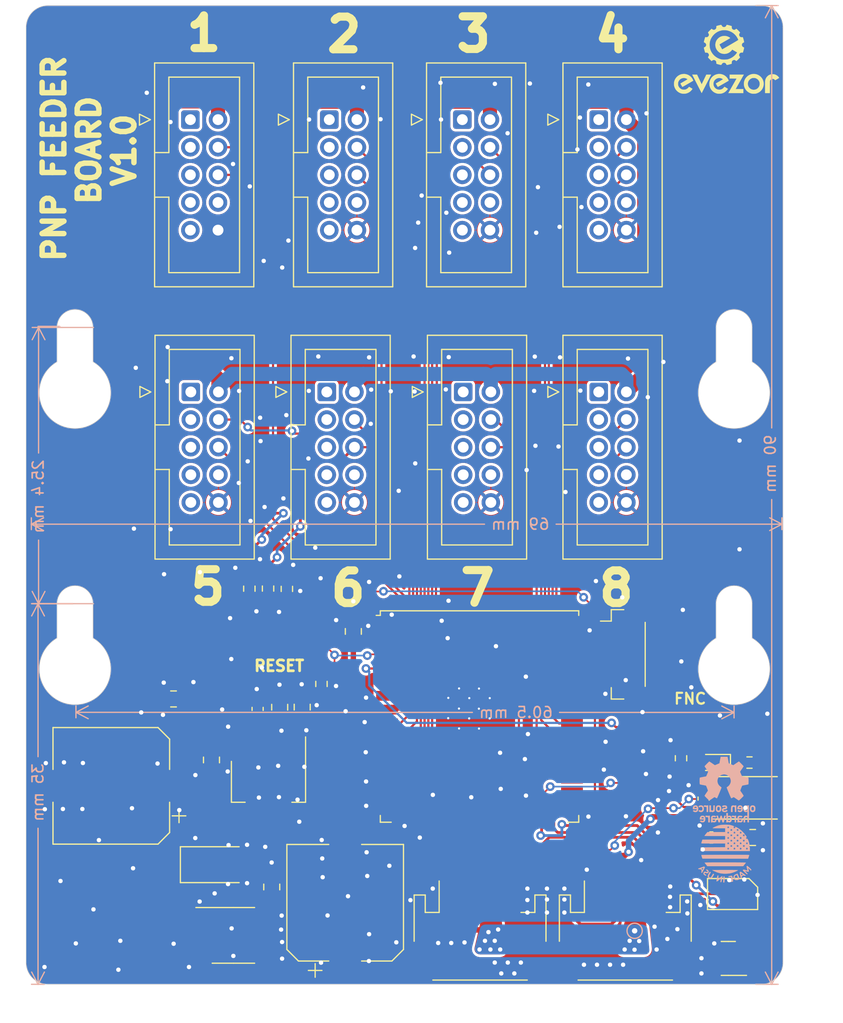
<source format=kicad_pcb>
(kicad_pcb (version 20221018) (generator pcbnew)
  (title_block (date "2021-06-25") (rev "1.0P") (company "EVEZOR"))
  (layers (0 "F.Cu" signal) (31 "B.Cu" signal) (34 "B.Paste" user) (35 "F.Paste" user) (36 "B.SilkS" user "B.Silkscreen") (37 "F.SilkS" user "F.Silkscreen") (38 "B.Mask" user) (39 "F.Mask" user) (44 "Edge.Cuts" user))
  (net 0 "")
  (net 1 "Net-(D101-K)")
  (net 2 "GND")
  (net 3 "/CAN_H")
  (net 4 "/CAN_L")
  (net 5 "+3V3")
  (net 6 "/RESET")
  (net 7 "/NEO_STATUS")
  (net 8 "/BOOT")
  (net 9 "/FUNCTION_BUTTON")
  (net 10 "Net-(D103-K)")
  (net 11 "VBUS")
  (net 12 "/CAN_SLP")
  (net 13 "/CAN_RX")
  (net 14 "/CAN_TX")
  (net 16 "/TXDO")
  (net 17 "/RXD0")
  (net 24 "+5V")
  (net 26 "/SDO")
  (net 27 "/SD2")
  (net 28 "/SD1")
  (net 29 "/SD3")
  (net 35 "/HBT_LED")
  (net 78 "/servo_1")
  (net 79 "/button_1")
  (net 80 "/servo_3")
  (net 81 "/button_3")
  (net 82 "/servo_5")
  (net 83 "/button_5")
  (net 84 "/servo_7")
  (net 85 "/button_7")
  (net 86 "/servo_2")
  (net 87 "/button_2")
  (net 88 "/servo_4")
  (net 89 "/button_4")
  (net 90 "/button_6")
  (net 91 "/servo_6")
  (net 92 "/servo_8")
  (net 93 "/button_8")
  (footprint "Capacitor_SMD:C_0603_1608Metric" (layer "F.Cu") (at 142.2 133.9225 -90)
    (fp_text reference "C112")
    (fp_text value ".1uF")
  )
  (footprint "Button_Switch_SMD:SWITCH_2x3_SMD_TACTILE_GREEN" (layer "F.Cu") (at 144.2 127.35)
    (fp_text reference "SW101")
    (fp_text value "SW_Push")
  )
  (footprint "LED_SMD:LED_SK6812MINI_PLCC4_3.5x3.5mm_P1.75mm" (layer "F.Cu") (at 146.02 133.855 180)
    (fp_text reference "D104")
    (fp_text value "SK6812MINI")
  )
  (footprint "Package_TO_SOT_SMD:SOT-23" (layer "F.Cu") (at 144.47 148.62 180)
    (fp_text reference "D102")
    (fp_text value "D_TVS_x2_AAC")
  )
  (footprint "Connector_JST:JST_PH_S4B-PH-SM4-TB_1x04-1MP_P2.00mm_Horizontal" (layer "F.Cu") (at 135 146.1)
    (fp_text reference "J110")
    (fp_text value "Conn_01x04")
  )
  (footprint "Capacitor_SMD:C_0805_2012Metric" (layer "F.Cu") (at 110 118.55 90)
    (fp_text reference "C103")
    (fp_text value "22uF")
  )
  (footprint "Package_SO:CAN-TRANS-SN65HVD230DR" (layer "F.Cu") (at 144.865 142.7 180)
    (fp_text reference "U104")
    (fp_text value "Trans_CAN_SN65HVD230DR")
  )
  (footprint "Capacitor_SMD:C_0603_1608Metric" (layer "F.Cu") (at 101.2 125.675 90)
    (fp_text reference "C109")
    (fp_text value ".1uF")
  )
  (footprint "Capacitor_SMD:C_0805_2012Metric" (layer "F.Cu") (at 103.23 125.52 90)
    (fp_text reference "C106")
    (fp_text value "22uF")
  )
  (footprint "Capacitor_SMD:C_0805_2012Metric" (layer "F.Cu") (at 105.3 125.51 90)
    (fp_text reference "C104")
    (fp_text value "22uF")
  )
  (footprint "Package_TO_SOT_SMD:SOT-223-3_TabPin2" (layer "F.Cu") (at 102.2 132.35 -90)
    (fp_text reference "U103")
    (fp_text value "AMS1117-3.3")
  )
  (footprint "Capacitor_SMD:C_0805_2012Metric" (layer "F.Cu") (at 146.7125 137.5)
    (fp_text reference "C111")
    (fp_text value "22uF")
  )
  (footprint "Resistor_SMD:R_0603_1608Metric" (layer "F.Cu") (at 140.124 130.213 -90)
    (fp_text reference "R105")
    (fp_text value "10k")
  )
  (footprint "Evezor_extras:Fiducial_0.5mm_Mask1mm" (layer "F.Cu") (at 118.3 149.8)
    (fp_text reference "FID102")
    (fp_text value "Fiducial")
  )
  (footprint "Evezor_extras:Fiducial_0.5mm_Mask1mm" (layer "F.Cu") (at 148.2 149.3)
    (fp_text reference "FID101")
    (fp_text value "Fiducial")
  )
  (footprint "Connector_JST:JST_PH_S4B-PH-SM4-TB_1x04-1MP_P2.00mm_Horizontal" (layer "F.Cu") (at 121.65 146.1)
    (fp_text reference "J109")
    (fp_text value "Conn_01x04")
  )
  (footprint "Capacitor_SMD:C_0603_1608Metric" (layer "F.Cu") (at 142.9125 137.5 180)
    (fp_text reference "C110")
    (fp_text value ".1uF")
  )
  (footprint "Resistor_SMD:R_0603_1608Metric" (layer "F.Cu") (at 107.07 123.38 -90)
    (fp_text reference "R102" hide)
    (fp_text value "10k")
  )
  (footprint "Resistor_SMD:R_0603_1608Metric" (layer "F.Cu") (at 100.44 114.62 -90)
    (fp_text reference "R104" hide)
    (fp_text value "10k")
  )
  (footprint "RF_Module:ESP32-WROOM-32U_evezor" (layer "F.Cu") (at 121.6 126.375)
    (fp_text reference "U102")
    (fp_text value "ESP32-WROOM-32U")
  )
  (footprint "Diode_SMD:D_SMA" (layer "F.Cu") (at 97.5 140)
    (fp_text reference "D101" hide)
    (fp_text value "SX35_SCHOTTKY")
  )
  (footprint "Symbol:EVEZOR_GEAR" (layer "F.Cu") (at 144.07 64.61)
    (fp_text reference "G***" hide)
    (fp_text value "LOGO" hide)
  )
  (footprint "Capacitor_SMD:C_0805_2012Metric" (layer "F.Cu") (at 96.96 130.37 -90)
    (fp_text reference "C107" hide)
    (fp_text value "4.7uF 100V")
  )
  (footprint "Connector_IDC:IDC-Header_2x05_P2.54mm_Vertical" (layer "F.Cu") (at 95.02 71.49)
    (fp_text reference "J101" hide)
    (fp_text value "Conn_02x05_Odd_Even")
  )
  (footprint "Capacitor_SMD:C_0805_2012Metric" (layer "F.Cu") (at 102.5 142.05 90)
    (fp_text reference "C102" hide)
    (fp_text value "4.7uF 100V")
  )
  (footprint "Inductor_SMD:INDUCTOR-68uH" (layer "F.Cu") (at 87.75 144.5)
    (fp_text reference "L101")
    (fp_text value "68uF")
  )
  (footprint "Symbol:evezor_18" (layer "F.Cu") (at 144.31 68.2)
    (fp_text reference "G***" hide)
    (fp_text value "LOGO" hide)
  )
  (footprint "Capacitor_SMD:CP_Elec_10x10.5" (layer "F.Cu") (at 109.25 143.5 90)
    (fp_text reference "C101" hide)
    (fp_text value "220uF")
  )
  (footprint "Capacitor_SMD:CP_Elec_10x10.5" (layer "F.Cu") (at 87.75 132.75 180)
    (fp_text reference "C105" hide)
    (fp_text value "220uF")
  )
  (footprint "Connector_IDC:IDC-Header_2x05_P2.54mm_Vertical" (layer "F.Cu") (at 107.56 96.53)
    (fp_text reference "J107" hide)
    (fp_text value "Conn_02x05_Odd_Even")
  )
  (footprint "Resistor_SMD:R_0603_1608Metric" (layer "F.Cu") (at 102.16 114.61 -90)
    (fp_text reference "R103" hide)
    (fp_text value "10k")
  )
  (footprint "Resistor_SMD:R_0603_1608Metric" (layer "F.Cu") (at 103.89 114.64 -90)
    (fp_text reference "R101" hide)
    (fp_text value "10k")
  )
  (footprint "Package_SO:SOIC-8_3.9x4.9mm_P1.27mm" (layer "F.Cu") (at 98.975 146.5)
    (fp_text reference "U101" hide)
    (fp_text value "XL1509")
  )
  (footprint "Connector_IDC:IDC-Header_2x05_P2.54mm_Vertical" (layer "F.Cu") (at 107.79 71.49)
    (fp_text reference "J105" hide)
    (fp_text value "Conn_02x05_Odd_Even")
  )
  (footprint "Resistor_SMD:R_0603_1608Metric" (layer "F.Cu") (at 146.4175 130.61 180)
    (fp_text reference "R106" hide)
    (fp_text value "10k")
  )
  (footprint "Button_Switch_SMD:SWITCH_2x3_SMD_TACTILE_GREEN" (layer "F.Cu") (at 103.31 118.96 180)
    (fp_text reference "SW102")
    (fp_text value "SW_Push")
  )
  (footprint "Connector_IDC:IDC-Header_2x05_P2.54mm_Vertical" (layer "F.Cu") (at 132.56 71.49)
    (fp_text reference "J106" hide)
    (fp_text value "Conn_02x05_Odd_Even")
  )
  (footprint "Capacitor_SMD:C_0805_2012Metric" (layer "F.Cu") (at 93.47 124.76 180)
    (fp_text reference "C108" hide)
    (fp_text value "22uF")
  )
  (footprint "LED_SMD:LED_0603_1608Metric" (layer "F.Cu") (at 143.1825 130.6 180)
    (fp_text reference "D103" hide)
    (fp_text value "led_g")
  )
  (footprint "Connector_IDC:IDC-Header_2x05_P2.54mm_Vertical" (layer "F.Cu") (at 120.02 71.49)
    (fp_text reference "J102" hide)
    (fp_text value "Conn_02x05_Odd_Even")
  )
  (footprint "Connector_JST:JST_SH_BM06B-SRSS-TB_1x06-1MP_P1.00mm_Vertical" (layer "F.Cu") (at 134.82 120.66 -90)
    (fp_text reference "J111" hide)
    (fp_text value "ftdi_conn")
  )
  (footprint "Connector_IDC:IDC-Header_2x05_P2.54mm_Vertical" (layer "F.Cu") (at 120.1 96.53)
    (fp_text reference "J104" hide)
    (fp_text value "Conn_02x05_Odd_Even")
  )
  (footprint "Connector_IDC:IDC-Header_2x05_P2.54mm_Vertical" (layer "F.Cu") (at 132.56 96.53)
    (fp_text reference "J108" hide)
    (fp_text value "Conn_02x05_Odd_Even")
  )
  (footprint "Connector_IDC:IDC-Header_2x05_P2.54mm_Vertical" (layer "F.Cu") (at 95.06 96.53)
    (fp_text reference "J103" hide)
    (fp_text value "Conn_02x05_Odd_Even")
  )
  (footprint "Symbol:OSHW-Logo_5.7x6mm_SilkScreen" (layer "B.Cu") (at 144.09 133.09 180)
    (fp_text reference "REF**" hide)
    (fp_text value "OSHW-Logo_5.7x6mm_SilkScreen" hide)
  )
  (footprint "Evezor_extras:TestPoint_THTPad_D1.0mm_Drill0.5mm" (layer "B.Cu") (at 135.86 146.08)
    (fp_text reference "TP1")
    (fp_text value "TestPoint")
  )
  (footprint "Evezor_extras:MADE IN USA_RD" (layer "B.Cu") (at 144.15 138.96 180)
    (fp_text reference "G***" hide)
    (fp_text value "LOGO" hide)
  )
  (gr_line (start 81.014214 116) (end 84.214214 116) (stroke (width 0.12)) (layer "B.SilkS"))
  (gr_line (start 81.014214 90.500001) (end 83.014214 90.5) (stroke (width 0.12)) (layer "B.SilkS"))
  (gr_arc (start 149.5 149) (mid 148.914214 150.414214) (end 147.5 151) (stroke (width 0.05)) (layer "Edge.Cuts"))
  (gr_line (start 146.65 119.163729) (end 146.65 115.999999) (stroke (width 0.05)) (layer "Edge.Cuts"))
  (gr_line (start 81.914215 151) (end 147.5 151) (stroke (width 0.05)) (layer "Edge.Cuts"))
  (gr_line (start 86.064214 93.76373) (end 86.064214 90.6) (stroke (width 0.05)) (layer "Edge.Cuts"))
  (gr_arc (start 79.914213 63.000001) (mid 80.5 61.585787) (end 81.914214 61) (stroke (width 0.05)) (layer "Edge.Cuts"))
  (gr_line (start 149.5 149) (end 149.5 63) (stroke (width 0.05)) (layer "Edge.Cuts"))
  (gr_arc (start 86.064214 93.76373) (mid 84.414214 99.8813) (end 82.764214 93.76373) (stroke (width 0.05)) (layer "Edge.Cuts"))
  (gr_line (start 82.764214 93.76373) (end 82.764214 90.6) (stroke (width 0.05)) (layer "Edge.Cuts"))
  (gr_line (start 82.764214 119.163729) (end 82.764214 115.999999) (stroke (width 0.05)) (layer "Edge.Cuts"))
  (gr_line (start 79.914215 149) (end 79.914213 63.000001) (stroke (width 0.05)) (layer "Edge.Cuts"))
  (gr_line (start 143.349999 93.76373) (end 143.349999 90.6) (stroke (width 0.05)) (layer "Edge.Cuts"))
  (gr_line (start 86.064215 119.163729) (end 86.064215 115.999999) (stroke (width 0.05)) (layer "Edge.Cuts"))
  (gr_arc (start 86.064214 119.163729) (mid 84.414214 125.281299) (end 82.764214 119.163729) (stroke (width 0.05)) (layer "Edge.Cuts"))
  (gr_line (start 143.349999 119.163729) (end 143.35 115.999999) (stroke (width 0.05)) (layer "Edge.Cuts"))
  (gr_arc (start 146.649999 119.163728) (mid 145.000001 125.281299) (end 143.349999 119.163729) (stroke (width 0.05)) (layer "Edge.Cuts"))
  (gr_arc (start 143.35 115.999999) (mid 145 114.349999) (end 146.65 115.999999) (stroke (width 0.05)) (layer "Edge.Cuts"))
  (gr_arc (start 146.649999 93.76373) (mid 144.999999 99.8813) (end 143.349999 93.76373) (stroke (width 0.05)) (layer "Edge.Cuts"))
  (gr_arc (start 82.764214 90.6) (mid 84.414214 88.95) (end 86.064214 90.6) (stroke (width 0.05)) (layer "Edge.Cuts"))
  (gr_arc (start 143.349998 90.6) (mid 144.999999 88.949999) (end 146.65 90.6) (stroke (width 0.05)) (layer "Edge.Cuts"))
  (gr_arc (start 147.5 61) (mid 148.914214 61.585786) (end 149.5 63) (stroke (width 0.05)) (layer "Edge.Cuts"))
  (gr_line (start 146.649999 93.76373) (end 146.649999 90.6) (stroke (width 0.05)) (layer "Edge.Cuts"))
  (gr_line (start 81.914214 61) (end 147.5 61) (stroke (width 0.05)) (layer "Edge.Cuts"))
  (gr_arc (start 82.764215 115.999999) (mid 84.414215 114.349999) (end 86.064215 115.999999) (stroke (width 0.05)) (layer "Edge.Cuts"))
  (gr_arc (start 81.914215 151) (mid 80.500001 150.414214) (end 79.914215 149) (stroke (width 0.05)) (layer "Edge.Cuts"))
  (gr_text "PNP FEEDER \nBOARD\nV1.0" (at 85.71 74.3 90) (layer "F.SilkS") (effects (font (size 2 2) (thickness 0.5) bold)))
  (gr_text "3" (at 121.05 63.64) (layer "F.SilkS") (effects (font (size 3 3) (thickness 0.75) bold)))
  (gr_text "2" (at 109.15 63.67) (layer "F.SilkS") (effects (font (size 3 3) (thickness 0.75) bold)))
  (gr_text "7" (at 121.42 114.56) (layer "F.SilkS") (effects (font (size 3 3) (thickness 0.75) bold)))
  (gr_text "4" (at 133.8 63.67) (layer "F.SilkS") (effects (font (size 3 3) (thickness 0.75) bold)))
  (gr_text "1" (at 96.26 63.56) (layer "F.SilkS") (effects (font (size 3 3) (thickness 0.75) bold)))
  (gr_text "FNC\n" (at 140.96 124.74) (layer "F.SilkS") (effects (font (size 1 1) (thickness 0.2))))
  (gr_text "8" (at 134.17 114.59) (layer "F.SilkS") (effects (font (size 3 3) (thickness 0.75) bold)))
  (gr_text "5" (at 96.63 114.48) (layer "F.SilkS") (effects (font (size 3 3) (thickness 0.75) bold)))
  (gr_text "RESET" (at 103.18 121.72) (layer "F.SilkS") (effects (font (size 1 1) (thickness 0.25) bold)))
  (gr_text "6" (at 109.52 114.59) (layer "F.SilkS") (effects (font (size 3 3) (thickness 0.75) bold)))
  (dimension (type aligned) (layer "B.SilkS") (pts (xy 80.414214 116) (xy 80.414214 151)) (height -0.6) (gr_text "35 mm" (at 81.004214 133.36 90) (layer "B.SilkS") (effects (font (size 1 1) (thickness 0.15)) (justify mirror))) (format (prefix "") (suffix "") (units 2) (units_format 1) (precision 4) suppress_zeroes) (style (thickness 0.12) (arrow_length 1.27) (text_position_mode 2) (extension_height 0.58642) (extension_offset 0) keep_text_aligned))
  (dimension (type aligned) (layer "B.SilkS") (pts (xy 86.114214 90.600001) (xy 86.114214 116)) (height 5.05) (gr_text "25.4 mm" (at 81.024214 106.15 90) (layer "B.SilkS") (effects (font (size 1 1) (thickness 0.15)) (justify mirror))) (format (prefix "") (suffix "") (units 2) (units_format 1) (precision 4) suppress_zeroes) (style (thickness 0.12) (arrow_length 1.27) (text_position_mode 2) (extension_height 0.58642) (extension_offset 0) keep_text_aligned))
  (dimension (type aligned) (layer "B.SilkS") (pts (xy 147 151) (xy 147 61)) (height 1.46) (gr_text "90 mm" (at 148.33 103.13 90) (layer "B.SilkS") (effects (font (size 1 1) (thickness 0.15)) (justify mirror))) (format (prefix "") (suffix "") (units 2) (units_format 1) (precision 4) suppress_zeroes) (style (thickness 0.12) (arrow_length 1.27) (text_position_mode 2) (extension_height 0.58642) (extension_offset 0) keep_text_aligned))
  (dimension (type aligned) (layer "B.SilkS") (pts (xy 84.5 126.49) (xy 145 126.5)) (height -0.5) (gr_text "60.5 mm" (at 124.95 126 359.9905296) (layer "B.SilkS") (effects (font (size 1 1) (thickness 0.15)) (justify mirror))) (format (prefix "") (suffix "") (units 2) (units_format 1) (precision 4) suppress_zeroes) (style (thickness 0.12) (arrow_length 1.27) (text_position_mode 2) (extension_height 0.58642) (extension_offset 0) keep_text_aligned))
  (dimension (type aligned) (layer "B.SilkS") (pts (xy 80.4 109.19) (xy 149.4 109.19)) (height -0.5) (gr_text "69 mm" (at 125.35 108.69) (layer "B.SilkS") (effects (font (size 1 1) (thickness 0.15)) (justify mirror))) (format (prefix "") (suffix "") (units 2) (units_format 1) (precision 4) suppress_zeroes) (style (thickness 0.12) (arrow_length 1.27) (text_position_mode 2) (extension_height 0.58642) (extension_offset 0) keep_text_aligned))
  (segment (start 96.5 145.865) (end 93.865 145.865) (width 0.5) (layer "F.Cu") (net 1))
  (segment (start 93.865 145.865) (end 92.5 144.5) (width 0.5) (layer "F.Cu") (net 1))
  (segment (start 95.5 141.5) (end 95.5 140) (width 0.5) (layer "F.Cu") (net 1))
  (segment (start 92.5 144.5) (end 95.5 141.5) (width 0.5) (layer "F.Cu") (net 1))
  (via (at 146.04 134.78) (size 0.8) (drill 0.4) (layers "F.Cu" "B.Cu") (net 2))
  (via (at 84.49 147.24) (size 0.8) (drill 0.4) (layers "F.Cu" "B.Cu") (net 2))
  (via (at 115.68 83.29) (size 0.8) (drill 0.4) (layers "F.Cu" "B.Cu") (net 2))
  (via (at 118.5 96.3) (size 0.8) (drill 0.4) (layers "F.Cu" "B.Cu") (net 2))
  (via (at 100.55 108.39) (size 0.8) (drill 0.4) (layers "F.Cu" "B.Cu") (net 2))
  (via (at 123.55 133.03) (size 0.8) (drill 0.4) (layers "F.Cu" "B.Cu") (net 2))
  (via (at 88.4 149.66) (size 0.8) (drill 0.4) (layers "F.Cu" "B.Cu") (net 2))
  (via (at 95.48 131.76) (size 0.8) (drill 0.4) (layers "F.Cu" "B.Cu") (net 2))
  (via (at 101.09 116.7) (size 0.8) (drill 0.4) (layers "F.Cu" "B.Cu") (net 2))
  (via (at 111.6 99.46) (size 0.8) (drill 0.4) (layers "F.Cu" "B.Cu") (net 2))
  (via (at 106.99 113.66) (size 0.8) (drill 0.4) (layers "F.Cu" "B.Cu") (net 2))
  (via (at 111.64 96.32) (size 0.8) (drill 0.4) (layers "F.Cu" "B.Cu") (net 2))
  (via (at 114.71 136.44) (size 0.8) (drill 0.4) (layers "F.Cu" "B.Cu") (net 2))
  (via (at 125.93 103.71) (size 0.8) (drill 0.4) (layers "F.Cu" "B.Cu") (net 2))
  (via (at 106.78 93.27) (size 0.8) (drill 0.4) (layers "F.Cu" "B.Cu") (net 2))
  (via (at 111.43 148.86) (size 0.8) (drill 0.4) (layers "F.Cu" "B.Cu") (net 2))
  (via (at 117.3 142.2) (size 0.8) (drill 0.4) (layers "F.Cu" "B.Cu") (net 2))
  (via (at 111.17 124.64) (size 0.8) (drill 0.4) (layers "F.Cu" "B.Cu") (net 2))
  (via (at 124.8 150) (size 0.8) (drill 0.4) (layers "F.Cu" "B.Cu") (net 2))
  (via (at 105.03 136.05) (size 0.8) (drill 0.4) (layers "F.Cu" "B.Cu") (net 2))
  (via (at 143.7 126.28) (size 0.8) (drill 0.4) (layers "F.Cu" "B.Cu") (net 2))
  (via (at 127.8 144.4) (size 0.8) (drill 0.4) (layers "F.Cu" "B.Cu") (net 2))
  (via (at 98.78 121.09) (size 0.8) (drill 0.4) (layers "F.Cu" "B.Cu") (net 2))
  (via (at 131.2 149.2) (size 0.8) (drill 0.4) (layers "F.Cu" "B.Cu") (net 2))
  (via (at 111.45 93.35) (size 0.8) (drill 0.4) (layers "F.Cu" "B.Cu") (net 2))
  (via (at 113.95 147.14) (size 0.8) (drill 0.4) (layers "F.Cu" "B.Cu") (net 2))
  (via (at 115.69 103.1) (size 0.8) (drill 0.4) (layers "F.Cu" "B.Cu") (net 2))
  (via (at 102.49 139.8) (size 0.8) (drill 0.4) (layers "F.Cu" "B.Cu") (net 2))
  (via (at 126.62 96.43) (size 0.8) (drill 0.4) (layers "F.Cu" "B.Cu") (net 2))
  (via (at 135.04 123.03) (size 0.8) (drill 0.4) (layers "F.Cu" "B.Cu") (net 2))
  (via (at 101.42 111.91) (size 0.8) (drill 0.4) (layers "F.Cu" "B.Cu") (net 2))
  (via (at 95.47 137.55) (size 0.8) (drill 0.4) (layers "F.Cu" "B.Cu") (net 2))
  (via (at 126.97 77.7) (size 0.8) (drill 0.4) (layers "F.Cu" "B.Cu") (net 2))
  (via (at 99.15 112.7) (size 0.8) (drill 0.4) (layers "F.Cu" "B.Cu") (net 2))
  (via (at 93.19 71.71) (size 0.8) (drill 0.4) (layers "F.Cu" "B.Cu") (net 2))
  (via (at 111.37 118.04) (size 0.8) (drill 0.4) (layers "F.Cu" "B.Cu") (net 2))
  (via (at 126.68 93.28) (size 0.8) (drill 0.4) (layers "F.Cu" "B.Cu") (net 2))
  (via (at 103.41 144.68) (size 0.8) (drill 0.4) (layers "F.Cu" "B.Cu") (net 2))
  (via (at 147.65 138.67) (size 0.8) (drill 0.4) (layers "F.Cu" "B.Cu") (net 2))
  (via (at 145.5 101) (size 0.8) (drill 0.4) (layers "F.Cu" "B.Cu") (net 2))
  (via (at 142 150) (size 0.8) (drill 0.4) (layers "F.Cu" "B.Cu") (net 2))
  (via (at 142.12 138.6) (size 0.8) (drill 0.4) (layers "F.Cu" "B.Cu") (net 2))
  (via (at 89.65 134.81) (size 0.8) (drill 0.4) (layers "F.Cu" "B.Cu") (net 2))
  (via (at 95.87 143.39) (size 0.8) (drill 0.4) (layers "F.Cu" "B.Cu") (net 2))
  (via (at 131.6 68.26) (size 0.8) (drill 0.4) (layers "F.Cu" "B.Cu") (net 2))
  (via (at 106.63 125.33) (size 0.8) (drill 0.4) (layers "F.Cu" "B.Cu") (net 2))
  (via (at 100.23 141.7) (size 0.8) (drill 0.4) (layers "F.Cu" "B.Cu") (net 2))
  (via (at 103.57 106.32) (size 0.8) (drill 0.4) (layers "F.Cu" "B.Cu") (net 2))
  (via (at 129.4 142.2) (size 0.8) (drill 0.4) (layers "F.Cu" "B.Cu") (net 2))
  (via (at 129.5 105.73) (size 0.8) (drill 0.4) (layers "F.Cu" "B.Cu") (net 2))
  (via (at 107.63 144.67) (size 0.8) (drill 0.4) (layers "F.Cu" "B.Cu") (net 2))
  (via (at 145.5 111) (size 0.8) (drill 0.4) (layers "F.Cu" "B.Cu") (net 2))
  (via (at 137.69 145.7) (size 0.8) (drill 0.4) (layers "F.Cu" "B.Cu") (net 2))
  (via (at 139.16 128.55) (size 0.8) (drill 0.4) (layers "F.Cu" "B.Cu") (net 2))
  (via (at 81.73 130.66) (size 0.8) (drill 0.4) (layers "F.Cu" "B.Cu") (net 2))
  (via (at 138.87 146.83) (size 0.8) (drill 0.4) (layers "F.Cu" "B.Cu") (net 2))
  (via (at 113.53 117.01) (size 0.8) (drill 0.4) (layers "F.Cu" "B.Cu") (net 2))
  (via (at 92.57 123.26) (size 0.8) (drill 0.4) (layers "F.Cu" "B.Cu") (net 2))
  (via (at 111.22 138.86) (size 0.8) (drill 0.4) (layers "F.Cu" "B.Cu") (net 2))
  (via (at 116.11 137.51) (size 0.8) (drill 0.4) (layers "F.Cu" "B.Cu") (net 2))
  (via (at 103.39 127.68) (size 0.8) (drill 0.4) (layers "F.Cu" "B.Cu") (net 2))
  (via (at 95.3 123.21) (size 0.8) (drill 0.4) (layers "F.Cu" "B.Cu") (net 2))
  (via (at 131.61 135.58) (size 0.8) (drill 0.4) (layers "F.Cu" "B.Cu") (net 2))
  (via (at 101.84 107.11) (size 0.8) (drill 0.4) (layers "F.Cu" "B.Cu") (net 2))
  (via (at 139.13 142.01) (size 0.8) (drill 0.4) (layers "F.Cu" "B.Cu") (net 2))
  (via (at 103.84 98.66) (size 0.8) (drill 0.4) (layers "F.Cu" "B.Cu") (net 2))
  (via (at 104.03 82.61) (size 0.8) (drill 0.4) (layers "F.Cu" "B.Cu") (net 2))
  (via (at 103.16 133.79) (size 0.8) (drill 0.4) (layers "F.Cu" "B.Cu") (net 2))
  (via (at 115.96 80.96) (size 0.8) (drill 0.4) (layers "F.Cu" "B.Cu") (net 2))
  (via (at 105.68 127.64) (size 0.8) (drill 0.4) (layers "F.Cu" "B.Cu") (net 2))
  (via (at 107.14 139.43) (size 0.8) (drill 0.4) (layers "F.Cu" "B.Cu") (net 2))
  (via (at 136.58 125.97) (size 0.8) (drill 0.4) (layers "F.Cu" "B.Cu") (net 2))
  (via (at 131.72 118.45) (size 0.8) (drill 0.4) (layers "F.Cu" "B.Cu") (net 2))
  (via (at 103.36 145.97) (size 0.8) (drill 0.4) (layers "F.Cu" "B.Cu") (net 2))
  (via (at 91.01 69.02) (size 0.8) (drill 0.4) (layers "F.Cu" "B.Cu") (net 2))
  (via (at 140.71 144.48) (size 0.8) (drill 0.4) (layers "F.Cu" "B.Cu") (net 2))
  (via (at 105.91 96.43) (size 0.8) (drill 0.4) (layers "F.Cu" "B.Cu") (net 2))
  (via (at 124.18 72.74) (size 0.8) (drill 0.4) (layers "F.Cu" "B.Cu") (net 2))
  (via (at 89.83 109.1) (size 0.8) (drill 0.4) (layers "F.Cu" "B.Cu") (net 2))
  (via (at 129 93.35) (size 0.8) (drill 0.4) (layers "F.Cu" "B.Cu") (net 2))
  (via (at 112.5 71.45) (size 0.8) (drill 0.4) (layers "F.Cu" "B.Cu") (net 2))
  (via (at 134.8 149.2) (size 0.8) (drill 0.4) (layers "F.Cu" "B.Cu") (net 2))
  (via (at 126.23 68.17) (size 0.8) (drill 0.4) (layers "F.Cu" "B.Cu") (net 2))
  (via (at 126 142.2) (size 0.8) (drill 0.4) (layers "F.Cu" "B.Cu") (net 2))
  (via (at 115.25 143.26) (size 0.8) (drill 0.4) (layers "F.Cu" "B.Cu") (net 2))
  (via (at 120.22 147.15) (size 0.8) (drill 0.4) (layers "F.Cu" "B.Cu") (net 2))
  (via (at 129.4 143.2) (size 0.8) (drill 0.4) (layers "F.Cu" "B.Cu") (net 2))
  (via (at 116.28 78.47) (size 0.8) (drill 0.4) (layers "F.Cu" "B.Cu") (net 2))
  (via (at 111.45 114) (size 0.8) (drill 0.4) (layers "F.Cu" "B.Cu") (net 2))
  (via (at 101.27 131.06) (size 0.8) (drill 0.4) (layers "F.Cu" "B.Cu") (net 2))
  (via (at 136.64 129.57) (size 0.8) (drill 0.4) (layers "F.Cu" "B.Cu") (net 2))
  (via (at 105.5 131) (size 0.8) (drill 0.4) (layers "F.Cu" "B.Cu") (net 2))
  (via (at 98.49 127.31) (size 0.8) (drill 0.4) (layers "F.Cu" "B.Cu") (net 2))
  (via (at 137.07 97.01) (size 0.8) (drill 0.4) (layers "F.Cu" "B.Cu") (net 2))
  (via (at 111.45 146.39) (size 0.8) (drill 0.4) (layers "F.Cu" "B.Cu") (net 2))
  (via (at 89.75 140.33) (size 0.8) (drill 0.4) (layers "F.Cu" "B.Cu") (net 2))
  (via (at 93.48 147.27) (size 0.8) (drill 0.4) (layers "F.Cu" "B.Cu") (net 2))
  (via (at 130.87 96.41) (size 0.8) (drill 0.4) (layers "F.Cu" "B.Cu") (net 2))
  (via (at 132.4 149.2) (size 0.8) (drill 0.4) (layers "F.Cu" "B.Cu") (net 2))
  (via (at 98.45 131.43) (size 0.8) (drill 0.4) (layers "F.Cu" "B.Cu") (net 2))
  (via (at 85.09 134.88) (size 0.8) (drill 0.4) (layers "F.Cu" "B.Cu") (net 2))
  (via (at 139.11 142.96) (size 0.8) (drill 0.4) (layers "F.Cu" "B.Cu") (net 2))
  (via (at 125.4 149) (size 0.8) (drill 0.4) (layers "F.Cu" "B.Cu") (net 2))
  (via (at 81.64 134.9) (size 0.8) (drill 0.4) (layers "F.Cu" "B.Cu") (net 2))
  (via (at 137.88 147.8) (size 0.8) (drill 0.4) (layers "F.Cu" "B.Cu") (net 2))
  (via (at 139.02 133.23) (size 0.8) (drill 0.4) (layers "F.Cu" "B.Cu") (net 2))
  (via (at 126 144.4) (size 0.8) (drill 0.4) (layers "F.Cu" "B.Cu") (net 2))
  (via (at 118.81 83.72) (size 0.8) (drill 0.4) (layers "F.Cu" "B.Cu") (net 2))
  (via (at 135.06 135.55) (size 0.8) (drill 0.4) (layers "F.Cu" "B.Cu") (net 2))
  (via (at 103.09 130.91) (size 0.8) (drill 0.4) (layers "F.Cu" "B.Cu") (net 2))
  (via (at 107.03 149.01) (size 0.8) (drill 0.4) (layers "F.Cu" "B.Cu") (net 2))
  (via (at 103.17 116.76) (size 0.8) (drill 0.4) (layers "F.Cu" "B.Cu") (net 2))
  (via (at 124.2 149) (size 0.8) (drill 0.4) (layers "F.Cu" "B.Cu") (net 2))
  (via (at 125.86 122.71) (size 0.8) (drill 0.4) (layers "F.Cu" "B.Cu") (net 2))
  (via (at 133.19 128.7) (size 0.8) (drill 0.4) (layers "F.Cu" "B.Cu") (net 2))
  (via (at 105.25 123.41) (size 0.8) (drill 0.4) (layers "F.Cu" "B.Cu") (net 2))
  (via (at 129.4 144.4) (size 0.8) (drill 0.4) (layers "F.Cu" "B.Cu") (net 2))
  (via (at 98.94 75.57) (size 0.8) (drill 0.4) (layers "F.Cu" "B.Cu") (net 2))
  (via (at 126 143.25) (size 0.8) (drill 0.4) (layers "F.Cu" "B.Cu") (net 2))
  (via (at 94.89 149.41) (size 0.8) (drill 0.4) (layers "F.Cu" "B.Cu") (net 2))
  (via (at 126.05 127.99) (size 0.8) (drill 0.4) (layers "F.Cu" "B.Cu") (net 2))
  (via (at 123.6 150) (size 0.8) (drill 0.4) (layers "F.Cu" "B.Cu") (net 2))
  (via (at 92.6 113.29) (size 0.8) (drill 0.4) (layers "F.Cu" "B.Cu") (net 2))
  (via (at 83.08 141.5) (size 0.8) (drill 0.4) (layers "F.Cu" "B.Cu") (net 2))
  (via (at 139.07 131.9) (size 0.8) (drill 0.4) (layers "F.Cu" "B.Cu") (net 2))
  (via (at 83.3 134.88) (size 0.8) (drill 0.4) (layers "F.Cu" "B.Cu") (net 2))
  (via (at 90.5 126) (size 0.8) (drill 0.4) (layers "F.Cu" "B.Cu") (net 2))
  (via (at 143.18 147.24) (size 0.8) (drill 0.4) (layers "F.Cu" "B.Cu") (net 2))
  (via (at 86.61 137.74) (size 0.8) (drill 0.4) (layers "F.Cu" "B.Cu") (net 2))
  (via (at 131.46 140.46) (size 0.8) (drill 0.4) (layers "F.Cu" "B.Cu") (net 2))
  (via (at 115.63 96.49) (size 0.8) (drill 0.4) (layers "F.Cu" "B.Cu") (net 2))
  (via (at 126.74 101.48) (size 0.8) (drill 0.4) (layers "F.Cu" "B.Cu") (net 2))
  (via (at 118.77 93.33) (size 0.8) (drill 0.4) (layers "F.Cu" "B.Cu") (net 2))
  (via (at 128.86 101.55) (size 0.8) (drill 0.4) (layers "F.Cu" "B.Cu") (net 2))
  (via (at 105.87 102.65) (size 0.8) (drill 0.4) (layers "F.Cu" "B.Cu") (net 2))
  (via (at 119 147.2) (size 0.8) (drill 0.4) (layers "F.Cu" "B.Cu") (net 2))
  (via (at 101.32 133.83) (size 0.8) (drill 0.4) (layers "F.Cu" "B.Cu") (net 2))
  (via (at 93.2 109.15) (size 0.8) (drill 0.4) (layers "F.Cu" "B.Cu") (net 2))
  (via (at 130.6 74.23) (size 0.8) (drill 0.4) (layers "F.Cu" "B.Cu") (net 2))
  (via (at 97.25 142.64) (size 0.8) (drill 0.4) (layers "F.Cu" "B.Cu") (net 2))
  (via (at 103.45 147.11) (size 0.8) (drill 0.4) (layers "F.Cu" "B.Cu") (net 2))
  (via (at 97.94 125.73) (size 0.8) (drill 0.4) (layers "F.Cu" "B.Cu") (net 2))
  (via (at 98.67 117.33) (size 0.8) (drill 0.4) (layers "F.Cu" "B.Cu") (net 2))
  (via (at 104.87 134.02) (size 0.8) (drill 0.4) (layers "F.Cu" "B.Cu") (net 2))
  (via (at 101.12 123.85) (size 0.8) (drill 0.4) (layers "F.Cu" "B.Cu") (net 2))
  (via (at 125.87 133.65) (size 0.8) (drill 0.4) (layers "F.Cu" "B.Cu") (net 2))
  (via (at 125.77 130.29) (size 0.8) (drill 0.4) (layers "F.Cu" "B.Cu") (net 2))
  (via (at 140.15 121.31) (size 0.8) (drill 0.4) (layers "F.Cu" "B.Cu") (net 2))
  (via (at 133.6 149.2) (size 0.8) (drill 0.4) (layers "F.Cu" "B.Cu") (net 2))
  (via (at 104.47 112.43) (size 0.8) (drill 0.4) (layers "F.Cu" "B.Cu") (net 2))
  (via (at 92.9 95.54) (size 0.8) (drill 0.4) (layers "F.Cu" "B.Cu") (net 2))
  (via (at 123.49 129.71) (size 0.8) (drill 0.4) (layers "F.Cu" "B.Cu") (net 2))
  (via (at 118.67 119.17) (size 0.8) (drill 0.4) (layers "F.Cu" "B.Cu") (net 2))
  (via (at 99.47 104.9) (size 0.8) (drill 0.4) (layers "F.Cu" "B.Cu") (net 2))
  (via (at 136.9 131.66) (size 0.8) (drill 0.4) (layers "F.Cu" "B.Cu") (net 2))
  (via (at 103.45 148.64) (size 0.8) (drill 0.4) (layers "F.Cu" "B.Cu") (net 2))
  (via (at 147.65 136.2) (size 0.8) (drill 0.4) (layers "F.Cu" "B.Cu") (net 2))
  (via (at 111.17 132.35) (size 0.8) (drill 0.4) (layers "F.Cu" "B.Cu") (net 2))
  (via (at 110 115.78) (size 0.8) (drill 0.4) (layers "F.Cu" "B.Cu") (net 2))
  (via (at 145.94 141.36) (size 0.8) (drill 0.4) (layers "F.Cu" "B.Cu") (net 2))
  (via (at 148.06 126.12) (size 0.8) (drill 0.4) (layers "F.Cu" "B.Cu") (net 2))
  (via (at 127.8 142.2) (size 0.8) (drill 0.4) (layers "F.Cu" "B.Cu") (net 2))
  (via (at 133.17 124.29) (size 0.8) (drill 0.4) (layers "F.Cu" "B.Cu") (net 2))
  (via (at 105.93 71.48) (size 0.8) (drill 0.4) (layers "F.Cu" "B.Cu") (net 2))
  (via (at 118.01 68.1) (size 0.8) (drill 0.4) (layers "F.Cu" "B.Cu") (net 2))
  (via (at 98.79 93.43) (size 0.8) (drill 0.4) (layers "F.Cu" "B.Cu") (net 2))
  (via (at 103.46 85.09) (size 0.8) (drill 0.4) (layers "F.Cu" "B.Cu") (net 2))
  (via (at 99.5 96.44) (size 0.8) (drill 0.4) (layers "F.Cu" "B.Cu") (net 2))
  (via (at 138.5 93.77) (size 0.8) (drill 0.4) (layers "F.Cu" "B.Cu") (net 2))
  (via (at 127.8 143.2) (size 0.8) (drill 0.4) (layers "F.Cu" "B.Cu") (net 2))
  (via (at 106.5 110.85) (size 0.8) (drill 0.4) (layers "F.Cu" "B.Cu") (net 2))
  (via (at 110.9 68.53) (size 0.8) (drill 0.4) (layers "F.Cu" "B.Cu") (net 2))
  (via (at 123.01 68.2) (size 0.8) (drill 0.4) (layers "F.Cu" "B.Cu") (net 2))
  (via (at 120.84 133.8) (size 0.8) (drill 0.4) (layers "F.Cu" "B.Cu") (net 2))
  (via (at 144.56 141.42) (size 0.8) (drill 0.4) (layers "F.Cu" "B.Cu") (net 2))
  (via (at 130.83 71.3) (size 0.8) (drill 0.4) (layers "F.Cu" "B.Cu") (net 2))
  (via (at 113.31 140.1) (size 0.8) (drill 0.4) (layers "F.Cu" "B.Cu") (net 2))
  (via (at 100.48 77.63) (size 0.8) (drill 0.4) (layers "F.Cu" "B.Cu") (net 2))
  (via (at 123 149) (size 0.8) (drill 0.4) (layers "F.Cu" "B.Cu") (net 2))
  (via (at 147.16 142.78) (size 0.8) (drill 0.4) (layers "F.Cu" "B.Cu") (net 2))
  (via (at 133.03 131.26) (size 0.8) (drill 0.4) (layers "F.Cu" "B.Cu") (net 2))
  (via (at 88.58 147) (size 0.8) (drill 0.4) (layers "F.Cu" "B.Cu") (net 2))
  (via (at 114.23 113.49) (size 0.8) (drill 0.4) (layers "F.Cu" "B.Cu") (net 2))
  (via (at 109.51 142.9) (size 0.8) (drill 0.4) (layers "F.Cu" "B.Cu") (net 2))
  (via (at 86.11 144.11) (size 0.8) (drill 0.4) (layers "F.Cu" "B.Cu") (net 2))
  (via (at 138.01 134.06) (size 0.8) (drill 0.4) (layers "F.Cu" "B.Cu") (net 2))
  (via (at 118.75 115.73) (size 0.8) (drill 0.4) (layers "F.Cu" "B.Cu") (net 2))
  (via (at 109.29 125.89) (size 0.8) (drill 0.4) (layers "F.Cu" "B.Cu") (net 2))
  (via (at 139.79 145.93) (size 0.8) (drill 0.4) (layers "F.Cu" "B.Cu") (net 2))
  (via (at 100.29 102.91) (size 0.8) (drill 0.4) (layers "F.Cu" "B.Cu") (net 2))
  (via (at 136.46 139.58) (size 0.8) (drill 0.4) (layers "F.Cu" "B.Cu") (net 2))
  (via (at 139.12 143.91) (size 0.8) (drill 0.4) (layers "F.Cu" "B.Cu") (net 2))
  (via (at 135.25 93.46) (size 0.8) (drill 0.4) (layers "F.Cu" "B.Cu") (net 2))
  (via (at 138 137.04) (size 0.8) (drill 0.4) (layers "F.Cu" "B.Cu") (net 2))
  (via (at 111.18 134.59) (size 0.8) (drill 0.4) (layers "F.Cu" "B.Cu") (net 2))
  (via (at 113.44 96.47) (size 0.8) (drill 0.4) (layers "F.Cu" "B.Cu") (net 2))
  (via (at 123.11 119.91) (size 0.8) (drill 0.4) (layers "F.Cu" "B.Cu") (net 2))
  (via (at 100.23 138.17) (size 0.8) (drill 0.4) (layers "F.Cu" "B.Cu") (net 2))
  (via (at 92.5 126.22) (size 0.8) (drill 0.4) (layers "F.Cu" "B.Cu") (net 2))
  (via (at 101.43 98.9) (size 0.8) (drill 0.4) (layers "F.Cu" "B.Cu") (net 2))
  (via (at 98.81 145.86) (size 0.8) (drill 0.4) (layers "F.Cu" "B.Cu") (net 2))
  (via (at 95.89 113.1) (size 0.8) (drill 0.4) (layers "F.Cu" "B.Cu") (net 2))
  (via (at 134.72 115.42) (size 0.8) (drill 0.4) (layers "F.Cu" "B.Cu") (net 2))
  (via (at 108.41 123.57) (size 0.8) (drill 0.4) (layers "F.Cu" "B.Cu") (net 2))
  (via (at 118.06 71.48) (size 0.8) (drill 0.4) (layers "F.Cu" "B.Cu") (net 2))
  (via (at 98.53 138.2) (size 0.8) (drill 0.4) (layers "F.Cu" "B.Cu") (net 2))
  (via (at 117.8 147.2) (size 0.8) (drill 0.4) (layers "F.Cu" "B.Cu") (net 2))
  (via (at 141.9 143.71) (size 0.8) (drill 0.4) (layers "F.Cu" "B.Cu") (net 2))
  (via (at 103.21 123.45) (size 0.8) (drill 0.4) (layers "F.Cu" "B.Cu") (net 2))
  (via (at 105.12 114.83) (size 0.8) (drill 0.4) (layers "F.Cu" "B.Cu") (net 2))
  (via (at 132.3 113.92) (size 0.8) (drill 0.4) (layers "F.Cu" "B.Cu") (net 2))
  (via (at 107.18 141.15) (size 0.8) (drill 0.4) (layers "F.Cu" "B.Cu") (net 2))
  (via (at 111.04 126.89) (size 0.8) (drill 0.4) (layers "F.Cu" "B.Cu") (net 2))
  (via (at 140.29 116.57) (size 0.8) (drill 0.4) (layers "F.Cu" "B.Cu") (net 2))
  (via (at 140.69 143.38) (size 0.8) (drill 0.4) (layers "F.Cu" "B.Cu") (net 2))
  (via (at 114.17 105.62) (size 0.8) (drill 0.4) (layers "F.Cu" "B.Cu") (net 2))
  (via (at 118.12 117.57) (size 0.8) (drill 0.4) (layers "F.Cu" "B.Cu") (net 2))
  (via (at 85.14 130.65) (size 0.8) (drill 0.4) (layers "F.Cu" "B.Cu") (net 2))
  (via (at 128.96 81.35) (size 0.8) (drill 0.4) (layers "F.Cu" "B.Cu") (net 2))
  (via (at 101.47 101.05) (size 0.8) (drill 0.4) (layers "F.Cu" "B.Cu") (net 2))
  (via (at 136.95 70.91) (size 0.8) (drill 0.4) (layers "F.Cu" "B.Cu") (net 2))
  (via (at 117.31 133.58) (size 0.8) (drill 0.4) (layers "F.Cu" "B.Cu") (net 2))
  (via (at 92.93 92.4) (size 0.8) (drill 0.4) (layers "F.Cu" "B.Cu") (net 2))
  (via (at 92 130.7) (size 0.8) (drill 0.4) (layers "F.Cu" "B.Cu") (net 2))
  (via (at 141.07 123.69) (size 0.8) (drill 0.4) (layers "F.Cu" "B.Cu") (net 2))
  (via (at 101.59 121.87) (size 0.8) (drill 0.4) (layers "F.Cu" "B.Cu") (net 2))
  (via (at 126.81 81.89) (size 0.8) (drill 0.4) (layers "F.Cu" "B.Cu") (net 2))
  (via (at 101.9 138.36) (size 0.8) (drill 0.4) (layers "F.Cu" "B.Cu") (net 2))
  (via (at 107.09 137.73) (size 0.8) (drill 0.4) (layers "F.Cu" "B.Cu") (net 2))
  (via (at 94 134.98) (size 0.8) (drill 0.4) (layers "F.Cu" "B.Cu") (net 2))
  (via (at 140.82 132.69) (size 0.8) (drill 0.4) (layers "F.Cu" "B.Cu") (net 2))
  (via (at 142 148.6) (size 0.8) (drill 0.4) (layers "F.Cu" "B.Cu") (net 2))
  (via (at 118.55 80.05) (size 0.8) (drill 0.4) (layers "F.Cu" "B.Cu") (net 2))
  (via (at 98.48 141.78) (size 0.8) (drill 0.4) (layers "F.Cu" "B.Cu") (net 2))
  (via (at 108.42 117.51) (size 0.8) (drill 0.4) (layers "F.Cu" "B.Cu") (net 2))
  (via (at 111.14 129.66) (size 0.8) (drill 0.4) (layers "F.Cu" "B.Cu") (net 2))
  (via (at 111.28 141.04) (size 0.8) (drill 0.4) (layers "F.Cu" "B.Cu") (net 2))
  (via (at 101.76 84.48) (size 0.8) (drill 0.4) (layers "F.Cu" "B.Cu") (net 2))
  (via (at 81.61 149.41) (size 0.8) (drill 0.4) (layers "F.Cu" "B.Cu") (net 2))
  (via (at 130.97 79.53) (size 0.8) (drill 0.4) (layers "F.Cu" "B.Cu") (net 2))
  (via (at 98.97 148.39) (size 0.8) (drill 0.4) (layers "F.Cu" "B.Cu") (net 2))
  (via (at 83.4 130.59) (size 0.8) (drill 0.4) (layers "F.Cu" "B.Cu") (net 2))
  (via (at 141.83 136.4) (size 0.8) (drill 0.4) (layers "F.Cu" "B.Cu") (net 2))
  (via (at 90 94.31) (size 0.8) (drill 0.4) (layers "F.Cu" "B.Cu") (net 2))
  (via (at 115.54 93.27) (size 0.8) (drill 0.4) (layers "F.Cu" "B.Cu") (net 2))
  (segment (start 145.31 144.14) (end 145.5 144.33) (width 0.25) (layer "F.Cu") (net 3))
  (segment (start 123.127856 141.200022) (end 124.172144 141.200022) (width 0.3) (layer "F.Cu") (net 3))
  (segment (start 133.71 145.48) (end 134 145.19) (width 0.3) (layer "F.Cu") (net 3))
  (segment (start 120.65 141.5) (end 120.95001 141.19999) (width 0.3) (layer "F.Cu") (net 3))
  (segment (start 139.37 140.87) (end 141.174999 142.674999) (width 0.25) (layer "F.Cu") (net 3))
  (segment (start 145.47 145.43) (end 145.5 145.4) (width 0.3) (layer "F.Cu") (net 3))
  (segment (start 125.127824 141.19999) (end 125.127856 141.200022) (width 0.3) (layer "F.Cu") (net 3))
  (segment (start 125.127856 141.200022) (end 130.100023 141.200023) (width 0.3) (layer "F.Cu") (net 3))
  (segment (start 124.172176 141.19999) (end 125.127824 141.19999) (width 0.3) (layer "F.Cu") (net 3))
  (segment (start 130.349989 144.949989) (end 130.88 145.48) (width 0.3) (layer "F.Cu") (net 3))
  (segment (start 144.909598 144.14) (end 145.31 144.14) (width 0.25) (layer "F.Cu") (net 3))
  (segment (start 120.95001 141.19999) (end 123.127824 141.19999) (width 0.3) (layer "F.Cu") (net 3))
  (segment (start 123.127824 141.19999) (end 123.127856 141.200022) (width 0.3) (layer "F.Cu") (net 3))
  (segment (start 143.444597 142.674999) (end 144.909598 144.14) (width 0.25) (layer "F.Cu") (net 3))
  (segment (start 120.65 143.25) (end 120.65 141.5) (width 0.3) (layer "F.Cu") (net 3))
  (segment (start 134 141.18) (end 134.34 140.84) (width 0.25) (layer "F.Cu") (net 3))
  (segment (start 134.34 140.84) (end 135.06 140.84) (width 0.25) (layer "F.Cu") (net 3))
  (segment (start 124.172144 141.200022) (end 124.172176 141.19999) (width 0.3) (layer "F.Cu") (net 3))
  (segment (start 134 143.25) (end 134 141.18) (width 0.25) (layer "F.Cu") (net 3))
  (segment (start 130.88 145.48) (end 133.71 145.48) (width 0.3) (layer "F.Cu") (net 3))
  (segment (start 145.5 144.33) (end 145.5 145.4) (width 0.25) (layer "F.Cu") (net 3))
  (segment (start 134 145.19) (end 134 143.25) (width 0.3) (layer "F.Cu") (net 3))
  (segment (start 130.349989 141.449989) (end 130.349989 144.949989) (width 0.3) (layer "F.Cu") (net 3))
  (segment (start 145.47 147.67) (end 145.47 145.43) (width 0.3) (layer "F.Cu") (net 3))
  (segment (start 141.174999 142.674999) (end 143.444597 142.674999) (width 0.25) (layer "F.Cu") (net 3))
  (segment (start 130.100023 141.200023) (end 130.349989 141.449989) (width 0.3) (layer "F.Cu") (net 3))
  (segment (start 135.09 140.87) (end 139.37 140.87) (width 0.25) (layer "F.Cu") (net 3))
  (segment (start 135.06 140.84) (end 135.09 140.87) (width 0.25) (layer "F.Cu") (net 3))
  (segment (start 132.04 141.26) (end 132.85952 140.44048) (width 0.25) (layer "F.Cu") (net 4))
  (segment (start 131.97 145.01) (end 132 144.98) (width 0.3) (layer "F.Cu") (net 4))
  (segment (start 130.8 144.73) (end 131.04 144.97) (width 0.3) (layer "F.Cu") (net 4))
  (segment (start 143.449999 143.779998) (end 143.869998 143.779998) (width 0.25) (layer "F.Cu") (net 4))
  (segment (start 131.04 144.97) (end 131.93 144.97) (width 0.3) (layer "F.Cu") (net 4))
  (segment (start 118.65 143.25) (end 118.65 141.18) (width 0.3) (layer "F.Cu") (net 4))
  (segment (start 145.03 149.57) (end 145.47 149.57) (width 0.3) (layer "F.Cu") (net 4))
  (segment (start 125.314224 140.749979) (end 125.449979 140.749979) (width 0.3) (layer "F.Cu") (net 4))
  (segment (start 130.8 141.26359) (end 130.8 144.73) (width 0.3) (layer "F.Cu") (net 4))
  (segment (start 125.450012 140.750012) (end 130.286423 140.750013) (width 0.3) (layer "F.Cu") (net 4))
  (segment (start 144.69 148.38) (end 144.69 149.23) (width 0.3) (layer "F.Cu") (net 4))
  (segment (start 144.23 145.4) (end 144.23 147.92) (width 0.3) (layer "F.Cu") (net 4))
  (segment (start 144.23 147.92) (end 144.69 148.38) (width 0.3) (layer "F.Cu") (net 4))
  (segment (start 132.04 143.21) (end 132.04 141.26) (width 0.25) (layer "F.Cu") (net 4))
  (segment (start 132 143.25) (end 132.04 143.21) (width 0.25) (layer "F.Cu") (net 4))
  (segment (start 144.69 149.23) (end 145.03 149.57) (width 0.3) (layer "F.Cu") (net 4))
  (segment (start 119.080021 140.749979) (end 125.314224 140.749979) (width 0.3) (layer "F.Cu") (net 4))
  (segment (start 135.254995 140.469989) (end 140.109989 140.469989) (width 0.25) (layer "F.Cu") (net 4))
  (segment (start 132 144.98) (end 132 143.25) (width 0.3) (layer "F.Cu") (net 4))
  (segment (start 125.314224 140.749979) (end 125.314256 140.750011) (width 0.3) (layer "F.Cu") (net 4))
  (segment (start 125.449979 140.749979) (end 125.450012 140.750012) (width 0.3) (layer "F.Cu") (net 4))
  (segment (start 143.869998 143.779998) (end 144.23 144.14) (width 0.25) (layer "F.Cu") (net 4))
  (segment (start 132.85952 140.44048) (end 135.225486 140.44048) (width 0.25) (layer "F.Cu") (net 4))
  (segment (start 143.05 143.379999) (end 143.449999 143.779998) (width 0.25) (layer "F.Cu") (net 4))
  (segment (start 135.225486 140.44048) (end 135.254995 140.469989) (width 0.25) (layer "F.Cu") (net 4))
  (segment (start 130.286423 140.750013) (end 130.8 141.26359) (width 0.3) (layer "F.Cu") (net 4))
  (segment (start 144.23 144.14) (end 144.23 145.4) (width 0.25) (layer "F.Cu") (net 4))
  (segment (start 118.65 141.18) (end 119.080021 140.749979) (width 0.3) (layer "F.Cu") (net 4))
  (segment (start 131.93 144.97) (end 131.97 145.01) (width 0.3) (layer "F.Cu") (net 4))
  (segment (start 140.109989 140.469989) (end 141.52 141.88) (width 0.25) (layer "F.Cu") (net 4))
  (via (at 141.52 141.88) (size 0.8) (drill 0.4) (layers "F.Cu" "B.Cu") (net 4))
  (via (at 143.05 143.379999) (size 0.8) (drill 0.4) (layers "F.Cu" "B.Cu") (net 4))
  (segment (start 141.52 141.88) (end 141.550001 141.88) (width 0.25) (layer "B.Cu") (net 4))
  (segment (start 141.550001 141.88) (end 143.05 143.379999) (width 0.25) (layer "B.Cu") (net 4))
  (segment (start 102.16 119.55) (end 99.23 122.48) (width 0.25) (layer "F.Cu") (net 5))
  (segment (start 105.306 126.466) (end 105.3 126.46) (width 0.5) (layer "F.Cu") (net 5))
  (segment (start 140.124 131.986) (end 139.99 132.12) (width 0.2) (layer "F.Cu") (net 5))
  (segment (start 109.77 123.8) (end 108.14 125.43) (width 0.5) (layer "F.Cu") (net 5))
  (segment (start 111.38 136.66) (end 111.391371 136.66) (width 0.5) (layer "F.Cu") (net 5))
  (segment (start 113.891371 139.16) (end 121.83 139.16) (width 0.5) (layer "F.Cu") (net 5))
  (segment (start 144.23 138.725) (end 144.23 140) (width 0.5) (layer "F.Cu") (net 5))
  (segment (start 142.2 135.39) (end 143.7 136.89) (width 0.5) (layer "F.Cu") (net 5))
  (segment (start 109.77 122.148) (end 109.77 123.8) (width 0.5) (layer "F.Cu") (net 5))
  (segment (start 145.775 137.5) (end 143.7 137.5) (width 0.5) (layer "F.Cu") (net 5))
  (segment (start 134.96 139.16) (end 135.3 138.82) (width 0.5) (layer "F.Cu") (net 5))
  (segment (start 102.16 115.435) (end 102.16 119.55) (width 0.25) (layer "F.Cu") (net 5))
  (segment (start 110.11 119.39) (end 110 119.5) (width 0.5) (layer "F.Cu") (net 5))
  (segment (start 107.104 126.466) (end 106.8 126.466) (width 0.5) (layer "F.Cu") (net 5))
  (segment (start 139.99 134.32) (end 140.3675 134.6975) (width 0.2) (layer "F.Cu") (net 5))
  (segment (start 103.24 126.46) (end 103.23 126.47) (width 0.5) (layer "F.Cu") (net 5))
  (segment (start 100.45 115.435) (end 100.44 115.445) (width 0.25) (layer "F.Cu") (net 5))
  (segment (start 103.23 126.47) (end 101.22 126.47) (width 0.5) (layer "F.Cu") (net 5))
  (segment (start 99.23 125.94) (end 99.74 126.45) (width 0.25) (layer "F.Cu") (net 5))
  (segment (start 101.2 126.912) (end 102.2 127.912) (width 0.5) (layer "F.Cu") (net 5))
  (segment (start 121.83 139.16) (end 134.96 139.16) (width 0.5) (layer "F.Cu") (net 5))
  (segment (start 102.2 135.5) (end 102.2 129.2) (width 0.2) (layer "F.Cu") (net 5))
  (segment (start 102.2 127.912) (end 102.2 129.2) (width 0.5) (layer "F.Cu") (net 5))
  (segment (start 142.2 134.71) (end 142.2 135.39) (width 0.5) (layer "F.Cu") (net 5))
  (segment (start 110 121.918) (end 109.77 122.148) (width 0.5) (layer "F.Cu") (net 5))
  (segment (start 113.1 119.39) (end 110.11 119.39) (width 0.5) (layer "F.Cu") (net 5))
  (segment (start 140.3675 134.6975) (end 142.2 134.6975) (width 0.2) (layer "F.Cu") (net 5))
  (segment (start 143.7 137.5) (end 143.7 138.21) (width 0.5) (layer "F.Cu") (net 5))
  (segment (start 139.99 132.12) (end 139.99 134.32) (width 0.2) (layer "F.Cu") (net 5))
  (segment (start 107.07 124.205) (end 107.07 124.36) (width 0.15) (layer "F.Cu") (net 5))
  (segment (start 101.22 126.47) (end 101.2 126.45) (width 0.5) (layer "F.Cu") (net 5))
  (segment (start 102.2 135.5) (end 102.72 134.98) (width 0.2) (layer "F.Cu") (net 5))
  (segment (start 103.89 115.465) (end 102.19 115.465) (width 0.25) (layer "F.Cu") (net 5))
  (segment (start 107.07 124.36) (end 108.14 125.43) (width 0.15) (layer "F.Cu") (net 5))
  (segment (start 99.74 126.45) (end 101.2 126.45) (width 0.25) (layer "F.Cu") (net 5))
  (segment (start 106.8 126.466) (end 105.306 126.466) (width 0.5) (layer "F.Cu") (net 5))
  (segment (start 137.5 135.6) (end 141.92 135.6) (width 0.5) (layer "F.Cu") (net 5))
  (segment (start 143.715 138.21) (end 144.23 138.725) (width 0.5) (layer "F.Cu") (net 5))
  (segment (start 143.7 136.89) (end 143.7 137.5) (width 0.5) (layer "F.Cu") (net 5))
  (segment (start 142.2 135.32) (end 142.2 134.6975) (width 0.5) (layer "F.Cu") (net 5))
  (segment (start 99.23 122.48) (end 99.23 125.94) (width 0.25) (layer "F.Cu") (net 5))
  (segment (start 102.19 115.465) (end 102.16 115.435) (width 0.25) (layer "F.Cu") (net 5))
  (segment (start 142.22 134.73) (end 142.2 134.71) (width 0.5) (layer "F.Cu") (net 5))
  (segment (start 141.92 135.6) (end 142.2 135.32) (width 0.5) (layer "F.Cu") (net 5))
  (segment (start 111.391371 136.66) (end 113.891371 139.16) (width 0.5) (layer "F.Cu") (net 5))
  (segment (start 137.31 135.79) (end 137.5 135.6) (width 0.5) (layer "F.Cu") (net 5))
  (segment (start 101.2 126.45) (end 101.2 126.912) (width 0.5) (layer "F.Cu") (net 5))
  (segment (start 143.7 138.21) (end 143.715 138.21) (width 0.5) (layer "F.Cu") (net 5))
  (segment (start 105.3 126.46) (end 103.24 126.46) (width 0.5) (layer "F.Cu") (net 5))
  (segment (start 144.27 134.73) (end 142.22 134.73) (width 0.5) (layer "F.Cu") (net 5))
  (segment (start 106.8 132.08) (end 111.38 136.66) (width 0.5) (layer "F.Cu") (net 5))
  (segment (start 140.124 131.038) (end 140.124 131.986) (width 0.2) (layer "F.Cu") (net 5))
  (segment (start 110 119.5) (end 110 121.918) (width 0.5) (layer "F.Cu") (net 5))
  (segment (start 102.16 115.435) (end 100.45 115.435) (width 0.25) (layer "F.Cu") (net 5))
  (segment (start 106.8 126.466) (end 106.8 132.08) (width 0.5) (layer "F.Cu") (net 5))
  (segment (start 108.14 125.43) (end 107.104 126.466) (width 0.5) (layer "F.Cu") (net 5))
  (via (at 137.31 135.79) (size 0.8) (drill 0.4) (layers "F.Cu" "B.Cu") (net 5))
  (via (at 135.3 138.82) (size 0.8) (drill 0.4) (layers "F.Cu" "B.Cu") (net 5))
  (segment (start 135.3 137.8) (end 137.31 135.79) (width 0.5) (layer "B.Cu") (net 5))
  (segment (start 135.3 138.82) (end 135.3 137.8) (width 0.5) (layer "B.Cu") (net 5))
  (segment (start 108.27 121.355) (end 108.27 120.71) (width 0.15) (layer "F.Cu") (net 6))
  (segment (start 112.75 114.88) (end 112.77 114.86) (width 0.15) (layer "F.Cu") (net 6))
  (segment (start 113.1 120.66) (end 111.39 120.66) (width 0.15) (layer "F.Cu") (net 6))
  (segment (start 107.16 117.2) (end 109.48 114.88) (width 0.15) (layer "F.Cu") (net 6))
  (segment (start 107.16 119.6) (end 107.16 118.96) (width 0.15) (layer "F.Cu") (net 6))
  (segment (start 108.27 120.71) (end 107.16 119.6) (width 0.15) (layer "F.Cu") (net 6))
  (segment (start 133.495 117.735) (end 133.495 118.16) (width 0.15) (layer "F.Cu") (net 6))
  (segment (start 111.39 120.66) (end 111.28 120.77) (width 0.15) (layer "F.Cu") (net 6))
  (segment (start 109.48 114.88) (end 112.75 114.88) (width 0.15) (layer "F.Cu") (net 6))
  (segment (start 107.07 122.555) (end 108.27 121.355) (width 0.15) (layer "F.Cu") (net 6))
  (segment (start 131.17 115.41) (end 133.495 117.735) (width 0.15) (layer "F.Cu") (net 6))
  (segment (start 107.16 118.96) (end 107.16 117.2) (width 0.15) (layer "F.Cu") (net 6))
  (via (at 108.27 120.71) (size 0.8) (drill 0.4) (layers "F.Cu" "B.Cu") (net 6))
  (via (at 112.77 114.86) (size 0.8) (drill 0.4) (layers "F.Cu" "B.Cu") (net 6))
  (via (at 131.17 115.41) (size 0.8) (drill 0.4) (layers "F.Cu" "B.Cu") (net 6))
  (via (at 111.28 120.77) (size 0.8) (drill 0.4) (layers "F.Cu" "B.Cu") (net 6))
  (segment (start 130.62 114.86) (end 131.17 115.41) (width 0.15) (layer "B.Cu") (net 6))
  (segment (start 111.28 120.77) (end 108.33 120.77) (width 0.15) (layer "B.Cu") (net 6))
  (segment (start 112.77 114.86) (end 130.62 114.86) (width 0.15) (layer "B.Cu") (net 6))
  (segment (start 108.33 120.77) (end 108.27 120.71) (width 0.15) (layer "B.Cu") (net 6))
  (segment (start 114.043123 138.64) (end 111.63 136.226877) (width 0.15) (layer "F.Cu") (net 7))
  (segment (start 111.63 136.226877) (end 111.63 135.59) (width 0.15) (layer "F.Cu") (net 7))
  (segment (start 137.158807 134.8005) (end 139.43 134.8005) (width 0.15) (layer "F.Cu") (net 7))
  (segment (start 143.29 133.96) (end 140.84 133.96) (width 0.15) (layer "F.Cu") (net 7))
  (segment (start 134.03 138.24) (end 133.63 138.64) (width 0.15) (layer "F.Cu") (net 7))
  (segment (start 133.63 138.64) (end 114.043123 138.64) (width 0.15) (layer "F.Cu") (net 7))
  (segment (start 112.59 134.63) (end 113.1 134.63) (width 0.15) (layer "F.Cu") (net 7))
  (segment (start 111.63 135.59) (end 112.59 134.63) (width 0.15) (layer "F.Cu") (net 7))
  (segment (start 144.27 132.98) (end 143.29 133.96) (width 0.15) (layer "F.Cu") (net 7))
  (segment (start 137.093889 134.865418) (end 137.158807 134.8005) (width 0.15) (layer "F.Cu") (net 7))
  (via (at 140.84 133.96) (size 0.8) (drill 0.4) (layers "F.Cu" "B.Cu") (net 7))
  (via (at 139.43 134.8005) (size 0.8) (drill 0.4) (layers "F.Cu" "B.Cu") (net 7))
  (via (at 134.03 138.24) (size 0.8) (drill 0.4) (layers "F.Cu" "B.Cu") (net 7))
  (via (at 137.093889 134.865418) (size 0.8) (drill 0.4) (layers "F.Cu" "B.Cu") (net 7))
  (segment (start 134.03 137.879682) (end 134.03 138.24) (width 0.15) (layer "B.Cu") (net 7))
  (segment (start 139.43 134.8005) (end 139.9995 134.8005) (width 0.15) (layer "B.Cu") (net 7))
  (segment (start 137.044264 134.865418) (end 134.03 137.879682) (width 0.15) (layer "B.Cu") (net 7))
  (segment (start 137.093889 134.865418) (end 137.044264 134.865418) (width 0.15) (layer "B.Cu") (net 7))
  (segment (start 139.9995 134.8005) (end 140.84 133.96) (width 0.15) (layer "B.Cu") (net 7))
  (segment (start 131.34 134.63) (end 130.1 134.63) (width 0.2) (layer "F.Cu") (net 8))
  (segment (start 132.20904 133.76096) (end 131.34 134.63) (width 0.2) (layer "F.Cu") (net 8))
  (segment (start 133.495 121.16) (end 132.52 121.16) (width 0.2) (layer "F.Cu") (net 8))
  (segment (start 132.20904 121.47096) (end 132.20904 133.76096) (width 0.2) (layer "F.Cu") (net 8))
  (segment (start 132.52 121.16) (end 132.20904 121.47096) (width 0.2) (layer "F.Cu") (net 8))
  (segment (start 134.13 127.35) (end 133.74 126.96) (width 0.2) (layer "F.Cu") (net 9))
  (segment (start 140.35 129.162) (end 140.35 127.35) (width 0.2) (layer "F.Cu") (net 9))
  (segment (start 112.55 121.93) (end 113.1 121.93) (width 0.2) (layer "F.Cu") (net 9))
  (segment (start 112.52 121.96) (end 112.55 121.93) (width 0.2) (layer "F.Cu") (net 9))
  (segment (start 140.124 129.388) (end 140.35 129.162) (width 0.2) (layer "F.Cu") (net 9))
  (segment (start 111.16 121.96) (end 112.52 121.96) (width 0.2) (layer "F.Cu") (net 9))
  (segment (start 140.35 127.35) (end 134.13 127.35) (width 0.2) (layer "F.Cu") (net 9))
  (via (at 111.16 121.96) (size 0.8) (drill 0.4) (layers "F.Cu" "B.Cu") (net 9))
  (via (at 133.74 126.96) (size 0.8) (drill 0.4) (layers "F.Cu" "B.Cu") (net 9))
  (segment (start 111.46 123.51) (end 114.91 126.96) (width 0.2) (layer "B.Cu") (net 9))
  (segment (start 111.16 121.96) (end 111.46 122.26) (width 0.2) (layer "B.Cu") (net 9))
  (segment (start 114.91 126.96) (end 133.74 126.96) (width 0.2) (layer "B.Cu") (net 9))
  (segment (start 111.46 122.26) (end 111.46 123.51) (width 0.2) (layer "B.Cu") (net 9))
  (segment (start 145.5825 130.6) (end 145.5925 130.61) (width 0.15) (layer "F.Cu") (net 10))
  (segment (start 143.97 130.6) (end 145.5825 130.6) (width 0.15) (layer "F.Cu") (net 10))
  (segment (start 97.905 144.595) (end 99.25 143.25) (width 0.7) (layer "F.Cu") (net 11))
  (segment (start 122 146) (end 113.5 146) (width 0.5) (layer "F.Cu") (net 11))
  (segment (start 99.25 143.25) (end 108 143.25) (width 0.7) (layer "F.Cu") (net 11))
  (segment (start 122.65 145.35) (end 122 146) (width 0.5) (layer "F.Cu") (net 11))
  (segment (start 136 143.25) (end 136 145.94) (width 0.5) (layer "F.Cu") (net 11))
  (segment (start 111.8 147.7) (end 109.25 147.7) (width 0.5) (layer "F.Cu") (net 11))
  (segment (start 108 143.25) (end 109.25 144.5) (width 0.7) (layer "F.Cu") (net 11))
  (segment (start 122.65 143.25) (end 122.65 145.35) (width 0.5) (layer "F.Cu") (net 11))
  (segment (start 136 145.94) (end 135.86 146.08) (width 0.5) (layer "F.Cu") (net 11))
  (segment (start 109.25 144.5) (end 109.25 147.7) (width 0.7) (layer "F.Cu") (net 11))
  (segment (start 113.5 146) (end 111.8 147.7) (width 0.5) (layer "F.Cu") (net 11))
  (segment (start 96.5 144.595) (end 97.905 144.595) (width 0.7) (layer "F.Cu") (net 11))
  (via (at 135.4 147) (size 0.8) (drill 0.4) (layers "F.Cu" "B.Cu") (net 11))
  (via (at 135.85 147.82) (size 0.8) (drill 0.4) (layers "F.Cu" "B.Cu") (net 11))
  (via (at 136.28 147.02) (size 0.8) (drill 0.4) (layers "F.Cu" "B.Cu") (net 11))
  (via (at 122.6 147.8) (size 0.8) (drill 0.4) (layers "F.Cu" "B.Cu") (net 11))
  (via (at 121.6 147.8) (size 0.8) (drill 0.4) (layers "F.Cu" "B.Cu") (net 11))
  (via (at 122.1 147) (size 0.8) (drill 0.4) (layers "F.Cu" "B.Cu") (net 11))
  (via (at 122.42 146.2) (size 0.8) (drill 0.4) (layers "F.Cu" "B.Cu") (net 11))
  (via (at 123.31 145.96) (size 0.8) (drill 0.4) (layers "F.Cu" "B.Cu") (net 11))
  (via (at 123 147) (size 0.8) (drill 0.4) (layers "F.Cu" "B.Cu") (net 11))
  (via (at 123.5 147.8) (size 0.8) (drill 0.4) (layers "F.Cu" "B.Cu") (net 11))
  (via (at 134.94 147.8) (size 0.8) (drill 0.4) (layers "F.Cu" "B.Cu") (net 11))
  (segment (start 145.21 142.69) (end 144.025298 142.69) (width 0.25) (layer "F.Cu") (net 12))
  (segment (start 144.025298 142.69) (end 143.610286 142.274988) (width 0.25) (layer "F.Cu") (net 12))
  (segment (start 127.349595 138.145) (end 126.755 138.145) (width 0.25) (layer "F.Cu") (net 12))
  (segment (start 126.755 138.145) (end 125.99 137.38) (width 0.25) (layer "F.Cu") (net 12))
  (segment (start 117.5 137.38) (end 117.15 137.03) (width 0.25) (layer "F.Cu") (net 12))
  (segment (start 146.77 145.4) (end 146.77 144.25) (width 0.25) (layer "F.Cu") (net 12))
  (segment (start 143.084988 142.274988) (end 140.879978 140.069978) (width 0.25) (layer "F.Cu") (net 12))
  (segment (start 143.610286 142.274988) (end 143.084988 142.274988) (width 0.25) (layer "F.Cu") (net 12))
  (segment (start 117.155 137.025) (end 117.155 135.63) (width 0.25) (layer "F.Cu") (net 12))
  (segment (start 128.014595 137.48) (end 127.349595 138.145) (width 0.25) (layer "F.Cu") (net 12))
  (segment (start 135.77 137.48) (end 128.014595 137.48) (width 0.25) (layer "F.Cu") (net 12))
  (segment (start 117.15 137.03) (end 117.155 137.025) (width 0.25) (layer "F.Cu") (net 12))
  (segment (start 140.879978 140.069978) (end 138.359978 140.069978) (width 0.25) (layer "F.Cu") (net 12))
  (segment (start 125.99 137.38) (end 117.5 137.38) (width 0.25) (layer "F.Cu") (net 12))
  (segment (start 146.77 144.25) (end 145.21 142.69) (width 0.25) (layer "F.Cu") (net 12))
  (segment (start 138.359978 140.069978) (end 135.77 137.48) (width 0.25) (layer "F.Cu") (net 12))
  (segment (start 127.22 137.32) (end 127.31 137.23) (width 0.25) (layer "F.Cu") (net 13))
  (segment (start 127.31 135.635) (end 127.315 135.63) (width 0.25) (layer "F.Cu") (net 13))
  (segment (start 136.088 136.4) (end 138.958938 139.270938) (width 0.25) (layer "F.Cu") (net 13))
  (segment (start 129.28 136.4) (end 136.088 136.4) (width 0.25) (layer "F.Cu") (net 13))
  (segment (start 141.560938 139.270938) (end 142.29 140) (width 0.25) (layer "F.Cu") (net 13))
  (segment (start 138.958938 139.270938) (end 141.560938 139.270938) (width 0.25) (layer "F.Cu") (net 13))
  (segment (start 127.31 137.23) (end 127.31 135.635) (width 0.25) (layer "F.Cu") (net 13))
  (segment (start 142.29 140) (end 142.96 140) (width 0.25) (layer "F.Cu") (net 13))
  (segment (start 129.17 136.29) (end 129.28 136.4) (width 0.25) (layer "F.Cu") (net 13))
  (via (at 127.22 137.32) (size 0.8) (drill 0.4) (layers "F.Cu" "B.Cu") (net 13))
  (via (at 129.17 136.29) (size 0.8) (drill 0.4) (layers "F.Cu" "B.Cu") (net 13))
  (segment (start 129.159 137.32) (end 127.22 137.32) (width 0.25) (layer "B.Cu") (net 13))
  (segment (start 129.17 136.29) (end 129.17 137.309) (width 0.25) (layer "B.Cu") (net 13))
  (segment (start 129.17 137.309) (end 129.159 137.32) (width 0.25) (layer "B.Cu") (net 13))
  (segment (start 146.77 141.9) (end 146.45 142.22) (width 0.25) (layer "F.Cu") (net 14))
  (segment (start 142.719712 141.28) (end 141.11017 139.670458) (width 0.25) (layer "F.Cu") (net 14))
  (segment (start 128.78 137.04) (end 128.43 136.69) (width 0.25) (layer "F.Cu") (net 14))
  (segment (start 143.180998 141.28) (end 142.719712 141.28) (width 0.25) (layer "F.Cu") (net 14))
  (segment (start 138.730458 139.670458) (end 136.1 137.04) (width 0.25) (layer "F.Cu") (net 14))
  (segment (start 146.45 142.22) (end 144.120998 142.22) (width 0.25) (layer "F.Cu") (net 14))
  (segment (start 136.1 137.04) (end 128.78 137.04) (width 0.25) (layer "F.Cu") (net 14))
  (segment (start 144.120998 142.22) (end 143.180998 141.28) (width 0.25) (layer "F.Cu") (net 14))
  (segment (start 128.43 136.69) (end 128.43 133.78) (width 0.25) (layer "F.Cu") (net 14))
  (segment (start 128.85 133.36) (end 130.1 133.36) (width 0.25) (layer "F.Cu") (net 14))
  (segment (start 128.43 133.78) (end 128.85 133.36) (width 0.25) (layer "F.Cu") (net 14))
  (segment (start 146.77 140) (end 146.77 141.9) (width 0.25) (layer "F.Cu") (net 14))
  (segment (start 141.11017 139.670458) (end 138.730458 139.670458) (width 0.25) (layer "F.Cu") (net 14))
  (segment (start 131.19 121.93) (end 131.50904 121.61096) (width 0.2) (layer "F.Cu") (net 16))
  (segment (start 131.50904 121.61096) (end 131.50904 120.02096) (width 0.2) (layer "F.Cu") (net 16))
  (segment (start 132.37 119.16) (end 133.495 119.16) (width 0.2) (layer "F.Cu") (net 16))
  (segment (start 131.50904 120.02096) (end 132.37 119.16) (width 0.2) (layer "F.Cu") (net 16))
  (segment (start 130.1 121.93) (end 131.19 121.93) (width 0.2) (layer "F.Cu") (net 16))
  (segment (start 132.44 120.16) (end 133.495 120.16) (width 0.2) (layer "F.Cu") (net 17))
  (segment (start 131.12 123.2) (end 131.85904 122.46096) (width 0.2) (layer "F.Cu") (net 17))
  (segment (start 131.85904 120.74096) (end 132.44 120.16) (width 0.2) (layer "F.Cu") (net 17))
  (segment (start 131.85904 122.46096) (end 131.85904 120.74096) (width 0.2) (layer "F.Cu") (net 17))
  (segment (start 130.1 123.2) (end 131.12 123.2) (width 0.2) (layer "F.Cu") (net 17))
  (segment (start 82.75 147.25) (end 82.75 144.75) (width 0.5) (layer "F.Cu") (net 24))
  (segment (start 95.365 147.135) (end 94.25 148.25) (width 0.5) (layer "F.Cu") (net 24))
  (segment (start 122.56 70.287919) (end 122.56 71.49) (width 1.3) (layer "F.Cu") (net 24))
  (segment (start 99.9 129.2) (end 97.18 129.2) (width 1.3) (layer "F.Cu") (net 24))
  (segment (start 97.18 129.2) (end 96.96 129.42) (width 1.3) (layer "F.Cu") (net 24))
  (segment (start 92.68 69.81) (end 97.05 69.81) (width 1.3) (layer "F.Cu") (net 24))
  (segment (start 98.04 69.84) (end 109.882081 69.84) (width 1.3) (layer "F.Cu") (net 24))
  (segment (start 122.112081 69.84) (end 122.56 70.287919) (width 1.3) (layer "F.Cu") (net 24))
  (segment (start 97.56 70.32) (end 97.56 71.49) (width 1.3) (layer "F.Cu") (net 24))
  (segment (start 96.96 129.42) (end 95.75 129.42) (width 1.3) (layer "F.Cu") (net 24))
  (segment (start 109.882081 69.84) (end 110.33 70.287919) (width 1.3) (layer "F.Cu") (net 24))
  (segment (start 110.33 70.287919) (end 110.777919 69.84) (width 1.3) (layer "F.Cu") (net 24))
  (segment (start 94.1 124.44) (end 94.1 112.42) (width 1.3) (layer "F.Cu") (net 24))
  (segment (start 91.95 135.55) (end 83 144.5) (width 2) (layer "F.Cu") (net 24))
  (segment (start 135.1 70.287919) (end 135.1 71.49) (width 1.3) (layer "F.Cu") (net 24))
  (segment (start 94.25 148.25) (end 83.75 148.25) (width 0.5) (layer "F.Cu") (net 24))
  (segment (start 83.75 148.25) (end 82.75 147.25) (width 0.5) (layer "F.Cu") (net 24))
  (segment (start 96.96 127.3) (end 94.42 124.76) (width 1.3) (layer "F.Cu") (net 24))
  (segment (start 136.75 94.88) (end 135.1 96.53) (width 1.3) (layer "F.Cu") (net 24))
  (segment (start 134.652081 69.84) (end 135.1 70.287919) (width 1.3) (layer "F.Cu") (net 24))
  (segment (start 136.75 73.14) (end 136.75 94.88) (width 1.3) (layer "F.Cu") (net 24))
  (segment (start 123.007919 69.84) (end 134.652081 69.84) (width 1.3) (layer "F.Cu") (net 24))
  (segment (start 122.56 70.287919) (end 123.007919 69.84) (width 1.3) (layer "F.Cu") (net 24))
  (segment (start 96.272081 94) (end 97.6 95.327919) (width 1.3) (layer "F.Cu") (net 24))
  (segment (start 91.46 71.03) (end 92.68 69.81) (width 1.3) (layer "F.Cu") (net 24))
  (segment (start 96.5 147.135) (end 95.365 147.135) (width 0.5) (layer "F.Cu") (net 24))
  (segment (start 97.56 70.32) (end 98.04 69.84) (width 1.3) (layer "F.Cu") (net 24))
  (segment (start 82.75 144.75) (end 83 144.5) (width 0.5) (layer "F.Cu") (net 24))
  (segment (start 110.777919 69.84) (end 122.112081 69.84) (width 1.3) (layer "F.Cu") (net 24))
  (segment (start 135.1 71.49) (end 136.75 73.14) (width 1.3) (layer "F.Cu") (net 24))
  (segment (start 91.46 94) (end 91.46 71.03) (width 1.3) (layer "F.Cu") (net 24))
  (segment (start 91.46 94) (end 96.272081 94) (width 1.3) (layer "F.Cu") (net 24))
  (segment (start 96.96 129.42) (end 96.96 127.3) (width 1.3) (layer "F.Cu") (net 24))
  (segment (start 91.46 109.78) (end 91.46 94) (width 1.3) (layer "F.Cu") (net 24))
  (segment (start 97.6 95.327919) (end 97.6 96.53) (width 1.3) (layer "F.Cu") (net 24))
  (segment (start 94.42 124.76) (end 94.1 124.44) (width 1.3) (layer "F.Cu") (net 24))
  (segment (start 110.33 70.287919) (end 110.33 71.49) (width 1.3) (layer "F.Cu") (net 24))
  (segment (start 97.05 69.81) (end 97.56 70.32) (width 1.3) (layer "F.Cu") (net 24))
  (segment (start 94.1 112.42) (end 91.46 109.78) (width 1.3) (layer "F.Cu") (net 24))
  (segment (start 92.42 132.75) (end 91.95 132.75) (width 1.3) (layer "F.Cu") (net 24))
  (segment (start 91.95 132.75) (end 91.95 135.55) (width 2) (layer "F.Cu") (net 24))
  (segment (start 95.75 129.42) (end 92.42 132.75) (width 1.3) (layer "F.Cu") (net 24))
  (segment (start 122.64 95.327919) (end 123.087919 94.88) (width 1.3) (layer "B.Cu") (net 24))
  (segment (start 110.91 94.88) (end 122.192081 94.88) (width 1.3) (layer "B.Cu") (net 24))
  (segment (start 97.6 96.53) (end 97.6 96.14) (width 1.3) (layer "B.Cu") (net 24))
  (segment (start 98.86 94.88) (end 110.91 94.88) (width 1.3) (layer "B.Cu") (net 24))
  (segment (start 135.1 95.327919) (end 135.1 96.53) (width 1.3) (layer "B.Cu") (net 24))
  (segment (start 122.64 95.327919) (end 122.64 96.53) (width 1.3) (layer "B.Cu") (net 24))
  (segment (start 97.6 96.14) (end 98.86 94.88) (width 1.3) (layer "B.Cu") (net 24))
  (segment (start 123.087919 94.88) (end 134.652081 94.88) (width 1.3) (layer "B.Cu") (net 24))
  (segment (start 122.192081 94.88) (end 122.64 95.327919) (width 1.3) (layer "B.Cu") (net 24))
  (segment (start 110.1 95.69) (end 110.1 96.53) (width 1.3) (layer "B.Cu") (net 24))
  (segment (start 134.652081 94.88) (end 135.1 95.327919) (width 1.3) (layer "B.Cu") (net 24))
  (segment (start 110.1 95.69) (end 110.91 94.88) (width 1.3) (layer "B.Cu") (net 24))
  (segment (start 139.44 130.3) (end 142.095 130.3) (width 0.15) (layer "F.Cu") (net 35))
  (segment (start 126.045 135.63) (end 126.045 134.875) (width 0.15) (layer "F.Cu") (net 35))
  (segment (start 126.045 134.875) (end 128.1 132.82) (width 0.15) (layer "F.Cu") (net 35))
  (segment (start 137.26 132.48) (end 139.44 130.3) (width 0.15) (layer "F.Cu") (net 35))
  (segment (start 142.095 130.3) (end 142.395 130.6) (width 0.15) (layer "F.Cu") (net 35))
  (segment (start 133.65 132.48) (end 137.26 132.48) (width 0.15) (layer "F.Cu") (net 35))
  (via (at 128.1 132.82) (size 0.8) (drill 0.4) (layers "F.Cu" "B.Cu") (net 35))
  (via (at 133.65 132.48) (size 0.8) (drill 0.4) (layers "F.Cu" "B.Cu") (net 35))
  (segment (start 128.1 132.82) (end 133.31 132.82) (width 0.15) (layer "B.Cu") (net 35))
  (segment (start 133.31 132.82) (end 133.65 132.48) (width 0.15) (layer "B.Cu") (net 35))
  (segment (start 98.762081 74.03) (end 97.56 74.03) (width 0.2) (layer "F.Cu") (net 78))
  (segment (start 112.59 92.76) (end 102.98 83.15) (width 0.2) (layer "F.Cu") (net 78))
  (segment (start 115.84 104.44) (end 115.829948 104.44) (width 0.2) (layer "F.Cu") (net 78))
  (segment (start 102.98 83.15) (end 102.98 78.247919) (width 0.2) (layer "F.Cu") (net 78))
  (segment (start 113.1 129.55) (end 114.4 129.55) (width 0.2) (layer "F.Cu") (net 78))
  (segment (start 116.1976 104.7976) (end 115.84 104.44) (width 0.2) (layer "F.Cu") (net 78))
  (segment (start 112.59 101.200052) (end 112.59 92.76) (width 0.2) (layer "F.Cu") (net 78))
  (segment (start 115.829948 104.44) (end 112.59 101.200052) (width 0.2) (layer "F.Cu") (net 78))
  (segment (start 114.4 129.55) (end 116.1976 127.7524) (width 0.2) (layer "F.Cu") (net 78))
  (segment (start 116.1976 127.7524) (end 116.1976 104.7976) (width 0.2) (layer "F.Cu") (net 78))
  (segment (start 102.98 78.247919) (end 98.762081 74.03) (width 0.2) (layer "F.Cu") (net 78))
  (segment (start 114.79952 115.38952) (end 111.1 111.69) (width 0.2) (layer "F.Cu") (net 79))
  (segment (start 106.1 111.69) (end 102.62 108.21) (width 0.2) (layer "F.Cu") (net 79))
  (segment (start 114.79952 123.92048) (end 114.79952 115.38952) (width 0.2) (layer "F.Cu") (net 79))
  (segment (start 103.57 107.68) (end 102.63 107.68) (width 0.25) (layer "F.Cu") (net 79))
  (segment (start 102.62 108.21) (end 102.62 107.69) (width 0.2) (layer "F.Cu") (net 79))
  (segment (start 100.807107 76.57) (end 97.56 76.57) (width 0.2) (layer "F.Cu") (net 79))
  (segment (start 102.63 107.68) (end 102.62 107.69) (width 0.25) (layer "F.Cu") (net 79))
  (segment (start 102.62 107.69) (end 102.62 78.382893) (width 0.2) (layer "F.Cu") (net 79))
  (segment (start 102.62 78.382893) (end 100.807107 76.57) (width 0.2) (layer "F.Cu") (net 79))
  (segment (start 100.44 111.24) (end 101.58 110.1) (width 0.25) (layer "F.Cu") (net 79))
  (segment (start 113.1 124.47) (end 114.25 124.47) (width 0.2) (layer "F.Cu") (net 79))
  (segment (start 111.1 111.69) (end 106.1 111.69) (width 0.2) (layer "F.Cu") (net 79))
  (segment (start 100.44 113.795) (end 100.44 111.24) (width 0.25) (layer "F.Cu") (net 79))
  (segment (start 114.25 124.47) (end 114.79952 123.92048) (width 0.2) (layer "F.Cu") (net 79))
  (via (at 101.58 110.1) (size 0.8) (drill 0.4) (layers "F.Cu" "B.Cu") (net 79))
  (via (at 103.57 107.68) (size 0.8) (drill 0.4) (layers "F.Cu" "B.Cu") (net 79))
  (segment (start 101.58 109.67) (end 103.57 107.68) (width 0.25) (layer "B.Cu") (net 79))
  (segment (start 101.58 110.1) (end 101.58 109.67) (width 0.25) (layer "B.Cu") (net 79))
  (segment (start 123.32 77.87) (end 123.91 77.28) (width 0.2) (layer "F.Cu") (net 80))
  (segment (start 117.67 78.85) (end 118.65 77.87) (width 0.2) (layer "F.Cu") (net 80))
  (segment (start 123.91 77.28) (end 123.91 75.38) (width 0.2) (layer "F.Cu") (net 80))
  (segment (start 117.59664 115.78664) (end 117.59664 108.781906) (width 0.2) (layer "F.Cu") (net 80))
  (segment (start 125.219039 123.409039) (end 117.59664 115.78664) (width 0.2) (layer "F.Cu") (net 80))
  (segment (start 130.1 132.09) (end 128.9 132.09) (width 0.2) (layer "F.Cu") (net 80))
  (segment (start 117.59664 108.781906) (end 117.67 108.708546) (width 0.2) (layer "F.Cu") (net 80))
  (segment (start 128.9 132.09) (end 125.219039 128.409039) (width 0.2) (layer "F.Cu") (net 80))
  (segment (start 118.65 77.87) (end 123.32 77.87) (width 0.2) (layer "F.Cu") (net 80))
  (segment (start 125.219039 128.409039) (end 125.219039 123.409039) (width 0.2) (layer "F.Cu") (net 80))
  (segment (start 123.91 75.38) (end 122.56 74.03) (width 0.2) (layer "F.Cu") (net 80))
  (segment (start 117.67 108.708546) (end 117.67 78.85) (width 0.2) (layer "F.Cu") (net 80))
  (segment (start 117.24664 76.16336) (end 118.11 75.3) (width 0.2) (layer "F.Cu") (net 81))
  (segment (start 117.24616 129.718815) (end 117.24664 129.718335) (width 0.2) (layer "F.Cu") (net 81))
  (segment (start 117.24664 129.718335) (end 117.24664 76.16336) (width 0.2) (layer "F.Cu") (net 81))
  (segment (start 114.46 133.36) (end 117.24616 130.57384) (width 0.2) (layer "F.Cu") (net 81))
  (segment (start 118.11 75.3) (end 121.29 75.3) (width 0.2) (layer "F.Cu") (net 81))
  (segment (start 113.1 133.36) (end 114.46 133.36) (width 0.2) (layer "F.Cu") (net 81))
  (segment (start 117.24616 130.57384) (end 117.24616 129.718815) (width 0.2) (layer "F.Cu") (net 81))
  (segment (start 121.29 75.3) (end 122.56 76.57) (width 0.2) (layer "F.Cu") (net 81))
  (segment (start 115.49856 125.82144) (end 114.31 127.01) (width 0.2) (layer "F.Cu") (net 82))
  (segment (start 110.76 100.36) (end 115.49856 105.09856) (width 0.2) (layer "F.Cu") (net 82))
  (segment (start 114.31 127.01) (end 113.1 127.01) (width 0.2) (layer "F.Cu") (net 82))
  (segment (start 99.6 99.07) (end 97.6 99.07) (width 0.2) (layer "F.Cu") (net 82))
  (segment (start 115.49856 105.09856) (end 115.49856 125.82144) (width 0.2) (layer "F.Cu") (net 82))
  (segment (start 100.29 99.76) (end 99.6 99.07) (width 0.2) (layer "F.Cu") (net 82))
  (segment (start 104.61 100.36) (end 110.76 100.36) (width 0.2) (layer "F.Cu") (net 82))
  (segment (start 104.36 100.11) (end 104.61 100.36) (width 0.2) (layer "F.Cu") (net 82))
  (via (at 100.29 99.76) (size 0.8) (drill 0.4) (layers "F.Cu" "B.Cu") (net 82))
  (via (at 104.36 100.11) (size 0.8) (drill 0.4) (layers "F.Cu" "B.Cu") (net 82))
  (segment (start 100.6 100.07) (end 100.29 99.76) (width 0.2) (layer "B.Cu") (net 82))
  (segment (start 104.36 100.11) (end 104.32 100.07) (width 0.2) (layer "B.Cu") (net 82))
  (segment (start 104.32 100.07) (end 100.6 100.07) (width 0.2) (layer "B.Cu") (net 82))
  (segment (start 105.714748 112.304748) (end 101.1 107.69) (width 0.2) (layer "F.Cu") (net 83))
  (segment (start 103.955 113.88) (end 103.89 113.815) (width 0.2) (layer "F.Cu") (net 83))
  (segment (start 105.42 113.88) (end 103.955 113.88) (width 0.2) (layer "F.Cu") (net 83))
  (segment (start 114.27 123.2) (end 114.45 123.02) (width 0.2) (layer "F.Cu") (net 83))
  (segment (start 101.1 105.11) (end 97.6 101.61) (width 0.2) (layer "F.Cu") (net 83))
  (segment (start 105.714748 112.304748) (end 105.714748 113.585252) (width 0.2) (layer "F.Cu") (net 83))
  (segment (start 113.1 123.2) (end 114.27 123.2) (width 0.2) (layer "F.Cu") (net 83))
  (segment (start 114.45 115.620761) (end 111.133987 112.304748) (width 0.2) (layer "F.Cu") (net 83))
  (segment (start 105.714748 113.585252) (end 105.42 113.88) (width 0.2) (layer "F.Cu") (net 83))
  (segment (start 111.133987 112.304748) (end 105.714748 112.304748) (width 0.2) (layer "F.Cu") (net 83))
  (segment (start 101.1 107.69) (end 101.1 105.11) (width 0.2) (layer "F.Cu") (net 83))
  (segment (start 114.45 123.02) (end 114.45 115.620761) (width 0.2) (layer "F.Cu") (net 83))
  (segment (start 128.88 128.32) (end 127.27 126.71) (width 0.2) (layer "F.Cu") (net 84))
  (segment (start 129.38 128.32) (end 128.88 128.32) (width 0.2) (layer "F.Cu") (net 84))
  (segment (start 129.42 128.28) (end 129.38 128.32) (width 0.2) (layer "F.Cu") (net 84))
  (segment (start 123.08 99.07) (end 122.64 99.07) (width 0.2) (layer "F.Cu") (net 84))
  (segment (start 127.27 103.26) (end 123.08 99.07) (width 0.2) (layer "F.Cu") (net 84))
  (segment (start 130.1 128.28) (end 129.42 128.28) (width 0.2) (layer "F.Cu") (net 84))
  (segment (start 127.27 126.71) (end 127.27 103.26) (width 0.2) (layer "F.Cu") (net 84))
  (segment (start 130.1 130.82) (end 128.99 130.82) (width 0.2) (layer "F.Cu") (net 85))
  (segment (start 126.849511 103.359511) (end 125.1 101.61) (width 0.2) (layer "F.Cu") (net 85))
  (segment (start 125.1 101.61) (end 122.64 101.61) (width 0.2) (layer "F.Cu") (net 85))
  (segment (start 126.849511 128.679511) (end 126.849511 103.359511) (width 0.2) (layer "F.Cu") (net 85))
  (segment (start 128.99 130.82) (end 126.849511 128.679511) (width 0.2) (layer "F.Cu") (net 85))
  (segment (start 114.38 132.09) (end 113.1 132.09) (width 0.2) (layer "F.Cu") (net 86))
  (segment (start 116.89664 80.59664) (end 116.89664 129.57336) (width 0.2) (layer "F.Cu") (net 86))
  (segment (start 110.33 74.03) (end 116.89664 80.59664) (width 0.2) (layer "F.Cu") (net 86))
  (segment (start 116.89664 129.57336) (end 114.38 132.09) (width 0.2) (layer "F.Cu") (net 86))
  (segment (start 116.54712 82.78712) (end 110.33 76.57) (width 0.2) (layer "F.Cu") (net 87))
  (segment (start 116.54712 128.65288) (end 116.54712 82.78712) (width 0.2) (layer "F.Cu") (net 87))
  (segment (start 113.1 130.82) (end 114.38 130.82) (width 0.2) (layer "F.Cu") (net 87))
  (segment (start 114.38 130.82) (end 116.54712 128.65288) (width 0.2) (layer "F.Cu") (net 87))
  (segment (start 133.86 75.27) (end 135.1 74.03) (width 0.2) (layer "F.Cu") (net 88))
  (segment (start 130.1 127.01) (end 128.91 127.01) (width 0.2) (layer "F.Cu") (net 88))
  (segment (start 128.91 127.01) (end 127.61952 125.71952) (width 0.2) (layer "F.Cu") (net 88))
  (segment (start 127.61952 78.71048) (end 131.06 75.27) (width 0.2) (layer "F.Cu") (net 88))
  (segment (start 127.61952 125.71952) (end 127.61952 78.71048) (width 0.2) (layer "F.Cu") (net 88))
  (segment (start 131.06 75.27) (end 133.86 75.27) (width 0.2) (layer "F.Cu") (net 88))
  (segment (start 128.78 124.47) (end 127.96904 123.65904) (width 0.2) (layer "F.Cu") (net 89))
  (segment (start 127.96904 123.65904) (end 127.96904 80.93096) (width 0.2) (layer "F.Cu") (net 89))
  (segment (start 133.84 77.83) (end 135.1 76.57) (width 0.2) (layer "F.Cu") (net 89))
  (segment (start 131.07 77.83) (end 133.84 77.83) (width 0.2) (layer "F.Cu") (net 89))
  (segment (start 130.1 124.47) (end 128.78 124.47) (width 0.2) (layer "F.Cu") (net 89))
  (segment (start 127.96904 80.93096) (end 131.07 77.83) (width 0.2) (layer "F.Cu") (net 89))
  (segment (start 115.14904 124.89096) (end 115.14904 105.244014) (width 0.2) (layer "F.Cu") (net 90))
  (segment (start 105.13 108.89) (end 105.13 104.880328) (width 0.25) (layer "F.Cu") (net 90))
  (segment (start 107.100328 102.91) (end 108.8 102.91) (width 0.25) (layer "F.Cu") (net 90))
  (segment (start 102.16 112.56) (end 102.99 111.73) (width 0.25) (layer "F.Cu") (net 90))
  (segment (start 105.13 104.880328) (end 107.100328 102.91) (width 0.25) (layer "F.Cu") (net 90))
  (segment (start 102.16 113.785) (end 102.16 112.56) (width 0.25) (layer "F.Cu") (net 90))
  (segment (start 113.1 125.74) (end 114.3 125.74) (width 0.2) (layer "F.Cu") (net 90))
  (segment (start 108.8 102.91) (end 110.1 101.61) (width 0.25) (layer "F.Cu") (net 90))
  (segment (start 115.14904 105.244014) (end 111.515026 101.61) (width 0.2) (layer "F.Cu") (net 90))
  (segment (start 114.3 125.74) (end 115.14904 124.89096) (width 0.2) (layer "F.Cu") (net 90))
  (segment (start 111.515026 101.61) (end 110.1 101.61) (width 0.2) (layer "F.Cu") (net 90))
  (via (at 105.13 108.89) (size 0.8) (drill 0.4) (layers "F.Cu" "B.Cu") (net 90))
  (via (at 102.99 111.73) (size 0.8) (drill 0.4) (layers "F.Cu" "B.Cu") (net 90))
  (segment (start 102.99 111.73) (end 102.99 111.03) (width 0.25) (layer "B.Cu") (net 90))
  (segment (start 102.99 111.03) (end 105.13 108.89) (width 0.25) (layer "B.Cu") (net 90))
  (segment (start 114.39 128.28) (end 115.84808 126.82192) (width 0.2) (layer "F.Cu") (net 91))
  (segment (start 113.1 128.28) (end 114.39 128.28) (width 0.2) (layer "F.Cu") (net 91))
  (segment (start 110.1 99.205026) (end 110.1 99.07) (width 0.2) (layer "F.Cu") (net 91))
  (segment (start 115.84808 104.953106) (end 110.1 99.205026) (width 0.2) (layer "F.Cu") (net 91))
  (segment (start 115.84808 126.82192) (end 115.84808 104.953106) (width 0.2) (layer "F.Cu") (net 91))
  (segment (start 133.86 100.31) (end 135.1 99.07) (width 0.2) (layer "F.Cu") (net 92))
  (segment (start 128.77 120.66) (end 128.318559 120.208559) (width 0.2) (layer "F.Cu") (net 92))
  (segment (start 130.1 120.66) (end 128.77 120.66) (width 0.2) (layer "F.Cu") (net 92))
  (segment (start 128.318559 103.301441) (end 131.31 100.31) (width 0.2) (layer "F.Cu") (net 92))
  (segment (start 131.31 100.31) (end 133.86 100.31) (width 0.2) (layer "F.Cu") (net 92))
  (segment (start 128.318559 120.208559) (end 128.318559 103.301441) (width 0.2) (layer "F.Cu") (net 92))
  (segment (start 128.668079 119.158079) (end 128.668079 105.271921) (width 0.2) (layer "F.Cu") (net 93))
  (segment (start 131.08 102.86) (end 133.85 102.86) (width 0.2) (layer "F.Cu") (net 93))
  (segment (start 128.9 119.39) (end 128.668079 119.158079) (width 0.2) (layer "F.Cu") (net 93))
  (segment (start 133.85 102.86) (end 135.1 101.61) (width 0.2) (layer "F.Cu") (net 93))
  (segment (start 130.1 119.39) (end 128.9 119.39) (width 0.2) (layer "F.Cu") (net 93))
  (segment (start 128.668079 105.271921) (end 131.08 102.86) (width 0.2) (layer "F.Cu") (net 93))
  (zone (net 11) (net_name "VBUS") (layer "F.Cu") (priority 1) (connect_pads yes (clearance 0)) (min_thickness 0.254) (fill yes (thermal_gap 0.508) (thermal_bridge_width 0.508) (smoothing fillet) (radius 0.5))
    (polygon (pts (xy 137.25 148.25) (xy 134.25 148.25) (xy 135.05 144.8) (xy 136 143.2) (xy 136.85 144.8)))
  )
  (zone (net 11) (net_name "VBUS") (layer "F.Cu") (priority 1) (connect_pads yes (clearance 0)) (min_thickness 0.254) (fill yes (thermal_gap 0.508) (thermal_bridge_width 0.508) (smoothing fillet) (radius 0.5))
    (polygon (pts (xy 124 148.25) (xy 121 148.25) (xy 121.8 144.8) (xy 122.7 143.2) (xy 123.6 144.8)))
  )
  (zone (net 2) (net_name "GND") (layer "F.Cu") (connect_pads yes (clearance 0.25)) (min_thickness 0.254) (fill yes (thermal_gap 0.3) (thermal_bridge_width 0.3))
    (polygon (pts (xy 149.5 151) (xy 79.9 151) (xy 79.9 60.99) (xy 149.5 61)))
  )
  (zone (net 1) (net_name "Net-(D101-K)") (layer "F.Cu") (priority 1) (connect_pads yes (clearance 0.25)) (min_thickness 0.254) (fill yes (thermal_gap 0.508) (thermal_bridge_width 0.508))
    (polygon (pts (xy 96.7 139.8) (xy 96.7 140.8) (xy 95.9 142.2) (xy 94.75 143.5) (xy 94 144.75) (xy 90.5 142.75) (xy 91.25 141.75) (xy 94.3 139.2)))
  )
  (zone (net 11) (net_name "VBUS") (layer "B.Cu") (priority 1) (connect_pads yes (clearance 0)) (min_thickness 0.254) (fill yes (thermal_gap 0.508) (thermal_bridge_width 0.508) (smoothing fillet) (radius 0.5))
    (polygon (pts (xy 137.115409 146.769508) (xy 137.175409 147.429508) (xy 137.25 148.25) (xy 121 148.25) (xy 121.75 145.5) (xy 137 145.5)))
  )
  (zone (net 2) (net_name "GND") (layer "B.Cu") (connect_pads (clearance 0.25)) (min_thickness 0.254) (fill yes (thermal_gap 0.35) (thermal_bridge_width 0.3))
    (polygon (pts (xy 149.5 151) (xy 79.9 150.99) (xy 79.9 60.99) (xy 149.5 61)))
  )
)
</source>
